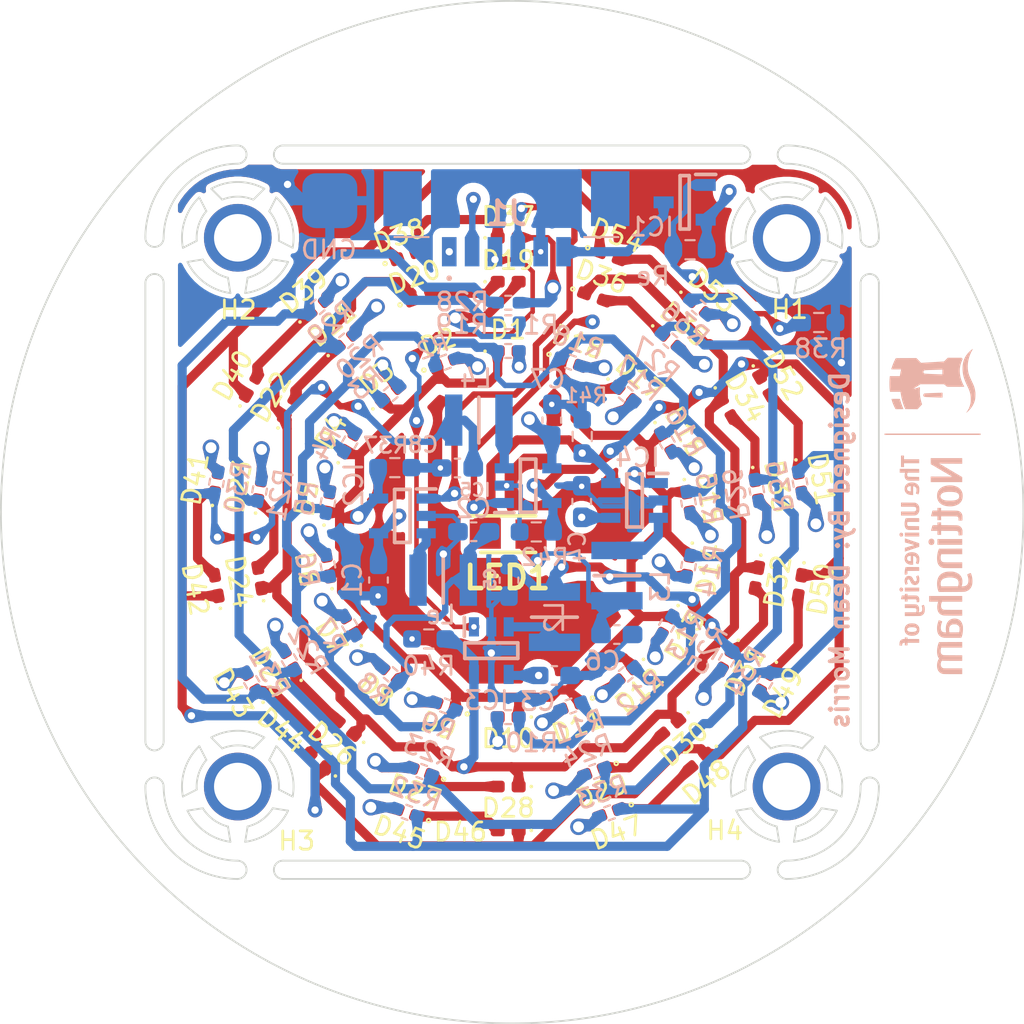
<source format=kicad_pcb>
(kicad_pcb (version 20221018) (generator pcbnew)
  (layers (0 "F.Cu" signal) (1 "In1.Cu" signal) (2 "In2.Cu" signal) (31 "B.Cu" signal) (34 "B.Paste" user) (35 "F.Paste" user) (36 "B.SilkS" user "B.Silkscreen") (37 "F.SilkS" user "F.Silkscreen") (38 "B.Mask" user) (39 "F.Mask" user) (44 "Edge.Cuts" user))
  (net 0 "")
  (net 1 "Net-(D19-K)")
  (net 2 "Net-(D21-K)")
  (net 3 "Net-(D23-K)")
  (net 4 "Net-(D25-K)")
  (net 5 "Net-(D27-K)")
  (net 6 "Net-(D37-K)")
  (net 7 "Net-(D39-K)")
  (net 8 "Net-(D41-K)")
  (net 9 "Net-(D43-K)")
  (net 10 "Net-(D45-K)")
  (net 11 "Net-(D47-K)")
  (net 12 "Net-(D49-K)")
  (net 13 "Net-(D51-K)")
  (net 14 "Net-(D53-K)")
  (net 15 "Vin_Protected")
  (net 16 "GND")
  (net 17 "Blue_LED_Start")
  (net 18 "Green_LED_Start")
  (net 19 "Net-(LED1-A)")
  (net 20 "Red_LED_Start")
  (net 21 "Net-(D1-A)")
  (net 22 "Blue_LED_End")
  (net 23 "Net-(D2-A)")
  (net 24 "Net-(D3-A)")
  (net 25 "Net-(D4-A)")
  (net 26 "Net-(D5-A)")
  (net 27 "Net-(D6-A)")
  (net 28 "Net-(D7-A)")
  (net 29 "Net-(D8-A)")
  (net 30 "Net-(D9-A)")
  (net 31 "Net-(D10-A)")
  (net 32 "Net-(D11-A)")
  (net 33 "Net-(D12-A)")
  (net 34 "Net-(D13-A)")
  (net 35 "Net-(D14-A)")
  (net 36 "Net-(D15-A)")
  (net 37 "Net-(D16-A)")
  (net 38 "Net-(D17-A)")
  (net 39 "Net-(D18-A)")
  (net 40 "Net-(D19-A)")
  (net 41 "Net-(D21-A)")
  (net 42 "Net-(D23-A)")
  (net 43 "Net-(D25-A)")
  (net 44 "Net-(D27-A)")
  (net 45 "Green_LED_End")
  (net 46 "Net-(D37-A)")
  (net 47 "Red_LED_End")
  (net 48 "Net-(D39-A)")
  (net 49 "Net-(D41-A)")
  (net 50 "Net-(D43-A)")
  (net 51 "Net-(D45-A)")
  (net 52 "Net-(D47-A)")
  (net 53 "Net-(D49-A)")
  (net 54 "Net-(D51-A)")
  (net 55 "Net-(D53-A)")
  (net 56 "Net-(IC1-G)")
  (net 57 "Vin")
  (net 58 "PWM_Inner_LED_RIng")
  (net 59 "Net-(IC2-SW)")
  (net 60 "PWM_Middle_LED_RIng")
  (net 61 "Net-(IC3-SW)")
  (net 62 "PWM_Cyan_LED")
  (net 63 "/SW")
  (net 64 "Net-(IC4-FB)")
  (net 65 "PWM_Outer_LED_Ring")
  (net 66 "Net-(IC5-SW)")
  (net 67 "Net-(D29-K)")
  (net 68 "Net-(D29-A)")
  (net 69 "Net-(D31-K)")
  (net 70 "Net-(D31-A)")
  (net 71 "Net-(D33-K)")
  (net 72 "Net-(D33-A)")
  (net 73 "Net-(D35-K)")
  (net 74 "Net-(D35-A)")
  (footprint "LED_SMD:LED_0402_1005Metric_Pad0.77x0.64mm_HandSolder" (layer "F.Cu") (at 155.211961 142.578543 180)
    (fp_text reference "D28")
    (fp_text value "LED_0402_1005Metric_Pad0.77x0.64mm_HandSolder" hide)
  )
  (footprint "LED_SMD:LED_0402_1005Metric_Pad0.77x0.64mm_HandSolder" (layer "F.Cu") (at 159.931839 141.746301 -160)
    (fp_text reference "D29")
    (fp_text value "LED_0402_1005Metric_Pad0.77x0.64mm_HandSolder" hide)
  )
  (footprint "LED_SMD:LED_0402_1005Metric_Pad0.77x0.64mm_HandSolder" (layer "F.Cu") (at 155.211961 114.978543)
    (fp_text reference "D19")
    (fp_text value "LED_0402_1005Metric_Pad0.77x0.64mm_HandSolder" hide)
  )
  (footprint "LED_SMD:LED_0402_1005Metric_Pad0.77x0.64mm_HandSolder" (layer "F.Cu") (at 143.26081 135.678543 120)
    (fp_text reference "D25")
    (fp_text value "LED_0402_1005Metric_Pad0.77x0.64mm_HandSolder" hide)
  )
  (footprint "LED_SMD:LED_0402_1005Metric_Pad0.77x0.64mm_HandSolder" (layer "F.Cu") (at 164.08243 139.349956 -140)
    (fp_text reference "D30")
    (fp_text value "LED_0402_1005Metric_Pad0.77x0.64mm_HandSolder" hide)
  )
  (footprint "LED_SMD:LED_0402_1005Metric_Pad0.77x0.64mm_HandSolder" (layer "F.Cu") (at 161.639794 121.118099 -40)
    (fp_text reference "D17")
    (fp_text value "LED_0402_1005Metric_Pad0.77x0.64mm_HandSolder" hide)
  )
  (footprint "LED_SMD:LED_0402_1005Metric_Pad0.77x0.64mm_HandSolder" (layer "F.Cu") (at 148.784042 136.438987 140)
    (fp_text reference "D8")
    (fp_text value "LED_0402_1005Metric_Pad0.77x0.64mm_HandSolder" hide)
  )
  (footprint "LED_SMD:LED_0402_1005Metric_Pad0.77x0.64mm_HandSolder" (layer "F.Cu") (at 149.67115 144.001563 160)
    (fp_text reference "D45")
    (fp_text value "LED_0402_1005Metric_Pad0.77x0.64mm_HandSolder" hide)
  )
  (footprint "LED_SMD:LED_0402_1005Metric_Pad0.77x0.64mm_HandSolder" (layer "F.Cu") (at 155.211918 118.778543)
    (fp_text reference "D1")
    (fp_text value "LED_0402_1005Metric_Pad0.77x0.64mm_HandSolder" hide)
  )
  (footprint "LED_SMD:LED_0402_1005Metric_Pad0.77x0.64mm_HandSolder" (layer "F.Cu") (at 145.36384 130.515025 100)
    (fp_text reference "D6")
    (fp_text value "LED_0402_1005Metric_Pad0.77x0.64mm_HandSolder" hide)
  )
  (footprint "Custom_Mounting_Holes:M2.5_Mountinh_Hole" (layer "F.Cu") (at 140.4302 142.5785)
    (fp_text reference "H3")
    (fp_text value "MountingHole_Pad" hide)
  )
  (footprint "LED_SMD:LED_0402_1005Metric_Pad0.77x0.64mm_HandSolder" (layer "F.Cu") (at 141.621614 126.382198 80)
    (fp_text reference "D23")
    (fp_text value "LED_0402_1005Metric_Pad0.77x0.64mm_HandSolder" hide)
  )
  (footprint "LED_SMD:LED_0402_1005Metric_Pad0.77x0.64mm_HandSolder" (layer "F.Cu") (at 163.872172 123.778543 -60)
    (fp_text reference "D16")
    (fp_text value "LED_0402_1005Metric_Pad0.77x0.64mm_HandSolder" hide)
  )
  (footprint "LED_SMD:LED_0402_1005Metric_Pad0.77x0.64mm_HandSolder" (layer "F.Cu") (at 149.67115 113.555523 20)
    (fp_text reference "D38")
    (fp_text value "LED_0402_1005Metric_Pad0.77x0.64mm_HandSolder" hide)
  )
  (footprint "LED_SMD:LED_0402_1005Metric_Pad0.77x0.64mm_HandSolder" (layer "F.Cu") (at 144.798717 141.188463 140)
    (fp_text reference "D44")
    (fp_text value "LED_0402_1005Metric_Pad0.77x0.64mm_HandSolder" hide)
  )
  (footprint "LED_SMD:LED_0402_1005Metric_Pad0.77x0.64mm_HandSolder" (layer "F.Cu") (at 167.163112 121.878543 -60)
    (fp_text reference "D34")
    (fp_text value "LED_0402_1005Metric_Pad0.77x0.64mm_HandSolder" hide)
  )
  (footprint "LED_SMD:LED_0402_1005Metric_Pad0.77x0.64mm_HandSolder" (layer "F.Cu") (at 165.059996 127.042061 -80)
    (fp_text reference "D15")
    (fp_text value "LED_0402_1005Metric_Pad0.77x0.64mm_HandSolder" hide)
  )
  (footprint "LED_SMD:LED_0402_1005Metric_Pad0.77x0.64mm_HandSolder" (layer "F.Cu") (at 165.625035 116.368623 -40)
    (fp_text reference "D53")
    (fp_text value "LED_0402_1005Metric_Pad0.77x0.64mm_HandSolder" hide)
  )
  (footprint "LED_SMD:LED_0402_1005Metric_Pad0.77x0.64mm_HandSolder" (layer "F.Cu") (at 141.182264 136.878543 120)
    (fp_text reference "D43")
    (fp_text value "LED_0402_1005Metric_Pad0.77x0.64mm_HandSolder" hide)
  )
  (footprint "LED_SMD:LED_0402_1005Metric_Pad0.77x0.64mm_HandSolder" (layer "F.Cu") (at 155.211876 144.978543 180)
    (fp_text reference "D46")
    (fp_text value "LED_0402_1005Metric_Pad0.77x0.64mm_HandSolder" hide)
  )
  (footprint "LED_SMD:LED_0402_1005Metric_Pad0.77x0.64mm_HandSolder" (layer "F.Cu") (at 159.931839 115.810785 -20)
    (fp_text reference "D36")
    (fp_text value "LED_0402_1005Metric_Pad0.77x0.64mm_HandSolder" hide)
  )
  (footprint "LED_SMD:LED_0402_1005Metric_Pad0.77x0.64mm_HandSolder" (layer "F.Cu") (at 160.752602 113.555523 -20)
    (fp_text reference "D54")
    (fp_text value "LED_0402_1005Metric_Pad0.77x0.64mm_HandSolder" hide)
  )
  (footprint "LED_SMD:LED_0402_1005Metric_Pad0.77x0.64mm_HandSolder" (layer "F.Cu") (at 165.625035 141.188463 -140)
    (fp_text reference "D48")
    (fp_text value "LED_0402_1005Metric_Pad0.77x0.64mm_HandSolder" hide)
  )
  (footprint "LED_SMD:LED_0402_1005Metric_Pad0.77x0.64mm_HandSolder" (layer "F.Cu") (at 160.752602 144.001563 -160)
    (fp_text reference "D47")
    (fp_text value "LED_0402_1005Metric_Pad0.77x0.64mm_HandSolder" hide)
  )
  (footprint "SMD_LED:LEDM3020X150N" (layer "F.Cu") (at 155.2119 128.7785)
    (fp_text reference "LED1")
    (fp_text value "AA3021VRCBS_A" hide)
  )
  (footprint "LED_SMD:LED_0402_1005Metric_Pad0.77x0.64mm_HandSolder" (layer "F.Cu") (at 146.341492 139.349956 140)
    (fp_text reference "D26")
    (fp_text value "LED_0402_1005Metric_Pad0.77x0.64mm_HandSolder" hide)
  )
  (footprint "LED_SMD:LED_0402_1005Metric_Pad0.77x0.64mm_HandSolder" (layer "F.Cu") (at 146.551664 123.778543 60)
    (fp_text reference "D4")
    (fp_text value "LED_0402_1005Metric_Pad0.77x0.64mm_HandSolder" hide)
  )
  (footprint "LED_SMD:LED_0402_1005Metric_Pad0.77x0.64mm_HandSolder" (layer "F.Cu") (at 146.551664 133.778543 120)
    (fp_text reference "D7")
    (fp_text value "LED_0402_1005Metric_Pad0.77x0.64mm_HandSolder" hide)
  )
  (footprint "LED_SMD:LED_0402_1005Metric_Pad0.77x0.64mm_HandSolder" (layer "F.Cu") (at 139.25799 131.591643 100)
    (fp_text reference "D42")
    (fp_text value "LED_0402_1005Metric_Pad0.77x0.64mm_HandSolder" hide)
  )
  (footprint "LED_SMD:LED_0402_1005Metric_Pad0.77x0.64mm_HandSolder" (layer "F.Cu") (at 141.182264 120.678543 60)
    (fp_text reference "D40")
    (fp_text value "LED_0402_1005Metric_Pad0.77x0.64mm_HandSolder" hide)
  )
  (footprint "LED_SMD:LED_0402_1005Metric_Pad0.77x0.64mm_HandSolder" (layer "F.Cu") (at 158.632119 119.381617 -20)
    (fp_text reference "D18")
    (fp_text value "LED_0402_1005Metric_Pad0.77x0.64mm_HandSolder" hide)
  )
  (footprint "LED_SMD:LED_0402_1005Metric_Pad0.77x0.64mm_HandSolder" (layer "F.Cu") (at 139.25799 125.965443 80)
    (fp_text reference "D41")
    (fp_text value "LED_0402_1005Metric_Pad0.77x0.64mm_HandSolder" hide)
  )
  (footprint "LED_SMD:LED_0402_1005Metric_Pad0.77x0.64mm_HandSolder" (layer "F.Cu") (at 155.211918 138.778543 180)
    (fp_text reference "D10")
    (fp_text value "LED_0402_1005Metric_Pad0.77x0.64mm_HandSolder" hide)
  )
  (footprint "LED_SMD:LED_0402_1005Metric_Pad0.77x0.64mm_HandSolder" (layer "F.Cu") (at 161.639794 136.438987 -140)
    (fp_text reference "D12")
    (fp_text value "LED_0402_1005Metric_Pad0.77x0.64mm_HandSolder" hide)
  )
  (footprint "Custom_Mounting_Holes:M2.5_Mountinh_Hole" (layer "F.Cu") (at 140.4302 112.5785)
    (fp_text reference "H2")
    (fp_text value "MountingHole_Pad" hide)
  )
  (footprint "LED_SMD:LED_0402_1005Metric_Pad0.77x0.64mm_HandSolder" (layer "F.Cu") (at 171.165762 131.591643 -100)
    (fp_text reference "D50")
    (fp_text value "LED_0402_1005Metric_Pad0.77x0.64mm_HandSolder" hide)
  )
  (footprint "LED_SMD:LED_0402_1005Metric_Pad0.77x0.64mm_HandSolder" (layer "F.Cu") (at 144.798717 116.368623 40)
    (fp_text reference "D39")
    (fp_text value "LED_0402_1005Metric_Pad0.77x0.64mm_HandSolder" hide)
  )
  (footprint "Custom_Mounting_Holes:M2.5_Mountinh_Hole" (layer "F.Cu") (at 170.438308 112.590821)
    (fp_text reference "H1")
    (fp_text value "MountingHole_Pad" hide)
  )
  (footprint "LED_SMD:LED_0402_1005Metric_Pad0.77x0.64mm_HandSolder" (layer "F.Cu") (at 150.492083 115.810785 20)
    (fp_text reference "D20")
    (fp_text value "LED_0402_1005Metric_Pad0.77x0.64mm_HandSolder" hide)
  )
  (footprint "LED_SMD:LED_0402_1005Metric_Pad0.77x0.64mm_HandSolder" (layer "F.Cu") (at 171.165762 125.965443 -80)
    (fp_text reference "D51")
    (fp_text value "LED_0402_1005Metric_Pad0.77x0.64mm_HandSolder" hide)
  )
  (footprint "LED_SMD:LED_0402_1005Metric_Pad0.77x0.64mm_HandSolder" (layer "F.Cu") (at 146.341492 118.20713 40)
    (fp_text reference "D21")
    (fp_text value "LED_0402_1005Metric_Pad0.77x0.64mm_HandSolder" hide)
  )
  (footprint "LED_SMD:LED_0402_1005Metric_Pad0.77x0.64mm_HandSolder" (layer "F.Cu") (at 164.08243 118.20713 -40)
    (fp_text reference "D35")
    (fp_text value "LED_0402_1005Metric_Pad0.77x0.64mm_HandSolder" hide)
  )
  (footprint "LED_SMD:LED_0402_1005Metric_Pad0.77x0.64mm_HandSolder" (layer "F.Cu") (at 168.802308 126.382198 -80)
    (fp_text reference "D33")
    (fp_text value "LED_0402_1005Metric_Pad0.77x0.64mm_HandSolder" hide)
  )
  (footprint "LED_SMD:LED_0402_1005Metric_Pad0.77x0.64mm_HandSolder" (layer "F.Cu") (at 141.621614 131.174888 100)
    (fp_text reference "D24")
    (fp_text value "LED_0402_1005Metric_Pad0.77x0.64mm_HandSolder" hide)
  )
  (footprint "LED_SMD:LED_0402_1005Metric_Pad0.77x0.64mm_HandSolder" (layer "F.Cu") (at 168.802308 131.174888 -100)
    (fp_text reference "D32")
    (fp_text value "LED_0402_1005Metric_Pad0.77x0.64mm_HandSolder" hide)
  )
  (footprint "LED_SMD:LED_0402_1005Metric_Pad0.77x0.64mm_HandSolder" (layer "F.Cu") (at 151.791717 119.381617 20)
    (fp_text reference "D2")
    (fp_text value "LED_0402_1005Metric_Pad0.77x0.64mm_HandSolder" hide)
  )
  (footprint "LED_SMD:LED_0402_1005Metric_Pad0.77x0.64mm_HandSolder" (layer "F.Cu") (at 150.492083 141.746301 160)
    (fp_text reference "D27")
    (fp_text value "LED_0402_1005Metric_Pad0.77x0.64mm_HandSolder" hide)
  )
  (footprint "LED_SMD:LED_0402_1005Metric_Pad0.77x0.64mm_HandSolder" (layer "F.Cu") (at 145.36384 127.042061 80)
    (fp_text reference "D5")
    (fp_text value "LED_0402_1005Metric_Pad0.77x0.64mm_HandSolder" hide)
  )
  (footprint "LED_SMD:LED_0402_1005Metric_Pad0.77x0.64mm_HandSolder" (layer "F.Cu") (at 148.784042 121.118099 40)
    (fp_text reference "D3")
    (fp_text value "LED_0402_1005Metric_Pad0.77x0.64mm_HandSolder" hide)
  )
  (footprint "LED_SMD:LED_0402_1005Metric_Pad0.77x0.64mm_HandSolder" (layer "F.Cu") (at 158.632119 138.175469 -160)
    (fp_text reference "D11")
    (fp_text value "LED_0402_1005Metric_Pad0.77x0.64mm_HandSolder" hide)
  )
  (footprint "LED_SMD:LED_0402_1005Metric_Pad0.77x0.64mm_HandSolder" (layer "F.Cu") (at 155.211876 112.578543)
    (fp_text reference "D37")
    (fp_text value "LED_0402_1005Metric_Pad0.77x0.64mm_HandSolder" hide)
  )
  (footprint "LED_SMD:LED_0402_1005Metric_Pad0.77x0.64mm_HandSolder" (layer "F.Cu") (at 143.26081 121.878543 60)
    (fp_text reference "D22")
    (fp_text value "LED_0402_1005Metric_Pad0.77x0.64mm_HandSolder" hide)
  )
  (footprint "LED_SMD:LED_0402_1005Metric_Pad0.77x0.64mm_HandSolder" (layer "F.Cu") (at 163.872172 133.778543 -120)
    (fp_text reference "D13")
    (fp_text value "LED_0402_1005Metric_Pad0.77x0.64mm_HandSolder" hide)
  )
  (footprint "Custom_Mounting_Holes:M2.5_Mountinh_Hole" (layer "F.Cu") (at 170.4302 142.5785)
    (fp_text reference "H4")
    (fp_text value "MountingHole_Pad" hide)
  )
  (footprint "LED_SMD:LED_0402_1005Metric_Pad0.77x0.64mm_HandSolder" (layer "F.Cu") (at 167.163112 135.678543 -120)
    (fp_text reference "D31")
    (fp_text value "LED_0402_1005Metric_Pad0.77x0.64mm_HandSolder" hide)
  )
  (footprint "LED_SMD:LED_0402_1005Metric_Pad0.77x0.64mm_HandSolder" (layer "F.Cu") (at 165.059996 130.515025 -100)
    (fp_text reference "D14")
    (fp_text value "LED_0402_1005Metric_Pad0.77x0.64mm_HandSolder" hide)
  )
  (footprint "LED_SMD:LED_0402_1005Metric_Pad0.77x0.64mm_HandSolder" (layer "F.Cu") (at 169.241488 120.678543 -60)
    (fp_text reference "D52")
    (fp_text value "LED_0402_1005Metric_Pad0.77x0.64mm_HandSolder" hide)
  )
  (footprint "LED_SMD:LED_0402_1005Metric_Pad0.77x0.64mm_HandSolder" (layer "F.Cu") (at 151.791717 138.175469 160)
    (fp_text reference "D9")
    (fp_text value "LED_0402_1005Metric_Pad0.77x0.64mm_HandSolder" hide)
  )
  (footprint "LED_SMD:LED_0402_1005Metric_Pad0.77x0.64mm_HandSolder" (layer "F.Cu") (at 169.241488 136.878543 -120)
    (fp_text reference "D49")
    (fp_text value "LED_0402_1005Metric_Pad0.77x0.64mm_HandSolder" hide)
  )
  (footprint "Capacitor_SMD:C_0603_1608Metric_Pad1.08x0.95mm_HandSolder" (layer "B.Cu") (at 157.7391 136.506)
    (fp_text reference "C3")
    (fp_text value "10uF")
  )
  (footprint "Resistor_SMD:R_0402_1005Metric_Pad0.72x0.64mm_HandSolder" (layer "B.Cu") (at 167.1508 135.6836 -120)
    (fp_text reference "R25")
    (fp_text value "100")
  )
  (footprint "Resistor_SMD:R_0402_1005Metric_Pad0.72x0.64mm_HandSolder" (layer "B.Cu") (at 151.7838 119.3768 20)
    (fp_text reference "R2")
    (fp_text value "100")
  )
  (footprint "Resistor_SMD:R_0402_1005Metric_Pad0.72x0.64mm_HandSolder" (layer "B.Cu") (at 168.8018 126.3872 -80)
    (fp_text reference "R26")
    (fp_text value "100")
  )
  (footprint "SMD_Inductor:DFE322520FD1R0MP2" (layer "B.Cu") (at 161.1602 131.048 90)
    (fp_text reference "L3")
    (fp_text value "4.7uH" hide)
  )
  (footprint "SMD_Mosfet:SOT95P251X112-3N" (layer "B.Cu") (at 164.86 110.64 180)
    (fp_text reference "IC1")
    (fp_text value "FDN360P" hide)
  )
  (footprint "CC_LED_Driver:SOT95P280X100-5N" (layer "B.Cu") (at 154.2902 135.148 -90)
    (fp_text reference "IC3")
    (fp_text value "PAM2804AAB010" hide)
  )
  (footprint "CC_LED_Driver:SOT95P280X100-5N" (layer "B.Cu") (at 162.1202 126.938 180)
    (fp_text reference "IC4")
    (fp_text value "PAM2804AAB010" hide)
  )
  (footprint "Capacitor_SMD:C_0603_1608Metric_Pad1.08x0.95mm_HandSolder" (layer "B.Cu") (at 155.2578 131.3016 -90)
    (fp_text reference "C5")
    (fp_text value "10uF")
  )
  (footprint "Resistor_SMD:R_0402_1005Metric_Pad0.72x0.64mm_HandSolder" (layer "B.Cu") (at 141.192 136.8774 120)
    (fp_text reference "R31")
    (fp_text value "100")
  )
  (footprint "SMD_Inductor:DFE322520FD1R0MP2" (layer "B.Cu") (at 153.6078 122.5466)
    (fp_text reference "L4")
    (fp_text value "4.7uH" hide)
  )
  (footprint "Resistor_SMD:R_0402_1005Metric_Pad0.72x0.64mm_HandSolder" (layer "B.Cu") (at 165.6268 116.3796 -40)
    (fp_text reference "R36")
    (fp_text value "100")
  )
  (footprint "SMD_Inductor:DFE322520FD1R0MP2" (layer "B.Cu") (at 157.7402 133.318 -90)
    (fp_text reference "L2")
    (fp_text value "4.7uH" hide)
  )
  (footprint "Capacitor_SMD:C_0603_1608Metric_Pad1.08x0.95mm_HandSolder" (layer "B.Cu") (at 148.1224 131.2894 -90)
    (fp_text reference "C1")
    (fp_text value "10uF")
  )
  (footprint "Resistor_SMD:R_0402_1005Metric_Pad0.72x0.64mm_HandSolder" (layer "B.Cu") (at 144.7988 116.3542 40)
    (fp_text reference "R29")
    (fp_text value "100")
  )
  (footprint "SMD_Connectors:532610671" (layer "B.Cu") (at 155.115 110.44)
    (fp_text reference "J1")
    (fp_text value "Conn_01x06_Socket" hide)
  )
  (footprint "Resistor_SMD:R_0402_1005Metric_Pad0.72x0.64mm_HandSolder" (layer "B.Cu") (at 149.6756 143.9894 160)
    (fp_text reference "R32")
    (fp_text value "100")
  )
  (footprint "Resistor_SMD:R_0402_1005Metric_Pad0.72x0.64mm_HandSolder" (layer "B.Cu") (at 150.4884 141.7542 160)
    (fp_text reference "R23")
    (fp_text value "100")
  )
  (footprint "Resistor_SMD:R_0402_1005Metric_Pad0.72x0.64mm_HandSolder" (layer "B.Cu") (at 160.75 144.0148 -160)
    (fp_text reference "R33")
    (fp_text value "100")
  )
  (footprint "Resistor_SMD:R_0402_1005Metric_Pad0.72x0.64mm_HandSolder" (layer "B.Cu") (at 159.9372 141.7542 -160)
    (fp_text reference "R24")
    (fp_text value "100")
  )
  (footprint "CC_LED_Driver:SOT95P280X100-5N" (layer "B.Cu") (at 156.3002 126.128)
    (fp_text reference "IC5")
    (fp_text value "PAM2804AAB010" hide)
  )
  (footprint "Resistor_SMD:R_0402_1005Metric_Pad0.72x0.64mm_HandSolder" (layer "B.Cu") (at 164.0774 118.2084 -40)
    (fp_text reference "R27")
    (fp_text value "100")
  )
  (footprint "Resistor_SMD:R_0402_1005Metric_Pad0.72x0.64mm_HandSolder" (layer "B.Cu") (at 165.070155 130.523177 -100)
    (fp_text reference "R14")
    (fp_text value "100")
  )
  (footprint "Resistor_SMD:R_0402_1005Metric_Pad0.72x0.64mm_HandSolder" (layer "B.Cu") (at 155.2194 117.1956)
    (fp_text reference "R19")
    (fp_text value "100")
  )
  (footprint "Resistor_SMD:R_0402_1005Metric_Pad0.72x0.64mm_HandSolder" (layer "B.Cu") (at 143.2494 135.6836 120)
    (fp_text reference "R22")
    (fp_text value "100")
  )
  (footprint "Resistor_SMD:R_0402_1005Metric_Pad0.72x0.64mm_HandSolder" (layer "B.Cu") (at 163.8742 133.7786 -120)
    (fp_text reference "R13")
    (fp_text value "100")
  )
  (footprint "Resistor_SMD:R_0402_1005Metric_Pad0.72x0.64mm_HandSolder" (layer "B.Cu") (at 148.7866 136.4456 140)
    (fp_text reference "R8")
    (fp_text value "100")
  )
  (footprint "Resistor_SMD:R_0402_1005Metric_Pad0.72x0.64mm_HandSolder" (layer "B.Cu") (at 163.8996 123.771 -60)
    (fp_text reference "R16")
    (fp_text value "100")
  )
  (footprint "Capacitor_SMD:C_0603_1608Metric_Pad1.08x0.95mm_HandSolder" (layer "B.Cu") (at 152.4394 125.1628 180)
    (fp_text reference "C8")
    (fp_text value "10uF")
  )
  (footprint "Resistor_SMD:R_0402_1005Metric_Pad0.72x0.64mm_HandSolder" (layer "B.Cu") (at 169.2336 136.8774 -120)
    (fp_text reference "R34")
    (fp_text value "100")
  )
  (footprint "Resistor_SMD:R_0603_1608Metric_Pad0.98x0.95mm_HandSolder" (layer "B.Cu") (at 149.0133 125.1426)
    (fp_text reference "R37")
    (fp_text value "R")
  )
  (footprint "Resistor_SMD:R_0402_1005Metric_Pad0.72x0.64mm_HandSolder" (layer "B.Cu") (at 158.619066 119.377957 -20)
    (fp_text reference "R18")
    (fp_text value "100")
  )
  (footprint "Resistor_SMD:R_0402_1005Metric_Pad0.72x0.64mm_HandSolder" (layer "B.Cu") (at 139.263755 125.976577 80)
    (fp_text reference "R30")
    (fp_text value "100")
  )
  (footprint "SMD_Pad:3mm_Ground_Pad" (layer "B.Cu") (at 145.56 110.55 180)
    (fp_text reference "H6" hide)
    (fp_text value "SMD_Ground_Pad" hide)
  )
  (footprint "Resistor_SMD:R_0402_1005Metric_Pad0.72x0.64mm_HandSolder" (layer "B.Cu") (at 155.2128 118.7672)
    (fp_text reference "R1")
    (fp_text value "100")
  )
  (footprint "Resistor_SMD:R_0402_1005Metric_Pad0.72x0.64mm_HandSolder" (layer "B.Cu") (at 161.639512 136.442534 -140)
    (fp_text reference "R12")
    (fp_text value "100")
  )
  (footprint "Resistor_SMD:R_0402_1005Metric_Pad0.72x0.64mm_HandSolder" (layer "B.Cu") (at 155.2194 116.1288)
    (fp_text reference "R28")
    (fp_text value "100")
  )
  (footprint "Resistor_SMD:R_0402_1005Metric_Pad0.72x0.64mm_HandSolder" (layer "B.Cu") (at 151.781134 138.171643 160)
    (fp_text reference "R9")
    (fp_text value "100")
  )
  (footprint "Uni_Logo:Uni_Logo_V2" (layer "B.Cu") (at 178.435 127.579 -90)
    (fp_text reference "G***" hide)
    (fp_text value "LOGO" hide)
  )
  (footprint "Capacitor_SMD:C_0603_1608Metric_Pad1.08x0.95mm_HandSolder" (layer "B.Cu") (at 153.3294 128.648 180)
    (fp_text reference "C2")
    (fp_text value "10uF")
  )
  (footprint "Resistor_SMD:R_0402_1005Metric_Pad0.72x0.64mm_HandSolder" (layer "B.Cu") (at 155.2128 138.7824 180)
    (fp_text reference "R10")
    (fp_text value "100")
  )
  (footprint "Resistor_SMD:R_0402_1005Metric_Pad0.72x0.64mm_HandSolder" (layer "B.Cu") (at 146.3482 118.2084 40)
    (fp_text reference "R20")
    (fp_text value "100")
  )
  (footprint "Resistor_SMD:R_0603_1608Metric_Pad0.98x0.95mm_HandSolder" (layer "B.Cu") (at 172.19 117.21 180)
    (fp_text reference "R38")
    (fp_text value "10k")
  )
  (footprint "SMD_Inductor:DFE322520FD1R0MP2" (layer "B.Cu") (at 151.6602 131.298 180)
    (fp_text reference "Le")
    (fp_text value "4.7uH" hide)
  )
  (footprint "Resistor_SMD:R_0603_1608Metric_Pad0.98x0.95mm_HandSolder" (layer "B.Cu") (at 165.1525 113.23)
    (fp_text reference "Re")
    (fp_text value "10k")
  )
  (footprint "Capacitor_SMD:C_0603_1608Metric_Pad1.08x0.95mm_HandSolder" (layer "B.Cu") (at 159.2302 126.998 90)
    (fp_text reference "C4")
    (fp_text value "10uF")
  )
  (footprint "Resistor_SMD:R_0603_1608Metric_Pad0.98x0.95mm_HandSolder" (layer "B.Cu") (at 150.8702 134.508 180)
    (fp_text reference "R40")
    (fp_text value "R")
  )
  (footprint "Resistor_SMD:R_0603_1608Metric_Pad0.98x0.95mm_HandSolder" (layer "B.Cu") (at 156.7502 128.658 180)
    (fp_text reference "R42")
    (fp_text value "R")
  )
  (footprint "Resistor_SMD:R_0402_1005Metric_Pad0.72x0.64mm_HandSolder" (layer "B.Cu") (at 161.638488 121.126334 -40)
    (fp_text reference "R17")
    (fp_text value "100")
  )
  (footprint "Capacitor_SMD:C_0603_1608Metric_Pad1.08x0.95mm_HandSolder" (layer "B.Cu") (at 161.1502 134.268)
    (fp_text reference "C6")
    (fp_text value "10uF")
  )
  (footprint "Resistor_SMD:R_0402_1005Metric_Pad0.72x0.64mm_HandSolder" (layer "B.Cu") (at 146.5514 123.771 60)
    (fp_text reference "R4")
    (fp_text value "100")
  )
  (footprint "Resistor_SMD:R_0402_1005Metric_Pad0.72x0.64mm_HandSolder" (layer "B.Cu") (at 141.621645 126.391423 80)
    (fp_text reference "R21")
    (fp_text value "100")
  )
  (footprint "Resistor_SMD:R_0402_1005Metric_Pad0.72x0.64mm_HandSolder" (layer "B.Cu") (at 148.787112 121.104 40)
    (fp_text reference "R3")
    (fp_text value "100")
  )
  (footprint "Resistor_SMD:R_0402_1005Metric_Pad0.72x0.64mm_HandSolder" (layer "B.Cu") (at 171.166155 125.959623 -80)
    (fp_text reference "R35")
    (fp_text value "100")
  )
  (footprint "Resistor_SMD:R_0402_1005Metric_Pad0.72x0.64mm_HandSolder" (layer "B.Cu") (at 158.6418 138.1728 -160)
    (fp_text reference "R11")
    (fp_text value "100")
  )
  (footprint "CC_LED_Driver:SOT95P280X100-5N" (layer "B.Cu") (at 149.4288 127.7834 180)
    (fp_text reference "IC2")
    (fp_text value "PAM2804AAB010" hide)
  )
  (footprint "Resistor_SMD:R_0603_1608Metric_Pad0.98x0.95mm_HandSolder" (layer "B.Cu") (at 159.2602 123.438 90)
    (fp_text reference "R41")
    (fp_text value "3.6")
  )
  (footprint "Resistor_SMD:R_0402_1005Metric_Pad0.72x0.64mm_HandSolder" (layer "B.Cu") (at 165.068 127.0476 -80)
    (fp_text reference "R15")
    (fp_text value "100")
  )
  (footprint "Resistor_SMD:R_0402_1005Metric_Pad0.72x0.64mm_HandSolder" (layer "B.Cu") (at 146.5514 133.7786 120)
    (fp_text reference "R7")
    (fp_text value "100")
  )
  (footprint "Resistor_SMD:R_0402_1005Metric_Pad0.72x0.64mm_HandSolder" (layer "B.Cu") (at 145.3576 130.502 100)
    (fp_text reference "R6")
    (fp_text value "100")
  )
  (footprint "Capacitor_SMD:C_0603_1608Metric_Pad1.08x0.95mm_HandSolder" (layer "B.Cu") (at 157.5956 122.5477 90)
    (fp_text reference "C7")
    (fp_text value "10uF")
  )
  (footprint "Resistor_SMD:R_0402_1005Metric_Pad0.72x0.64mm_HandSolder" (layer "B.Cu") (at 145.3576 127.0476 80)
    (fp_text reference "R5")
    (fp_text value "100")
  )
  (gr_arc (start 174.4769 142.58033) (mid 173.293796 145.435535) (end 170.443941 146.631473) (stroke (width 0.1)) (layer "Edge.Cuts"))
  (gr_line (start 168.194308 112.755821) (end 167.438252 113.141051) (stroke (width 0.1)) (layer "Edge.Cuts"))
  (gr_line (start 168.719637 111.139025) (end 168.334407 110.382969) (stroke (width 0.1)) (layer "Edge.Cuts"))
  (gr_arc (start 169.901428 114.776204) (mid 169.11576 114.411476) (end 168.526099 113.776969) (stroke (width 0.1)) (layer "Edge.Cuts"))
  (gr_arc (start 170.025861 145.601477) (mid 168.637224 145.045869) (end 167.679696 143.896889) (stroke (width 0.1)) (layer "Edge.Cuts"))
  (gr_line (start 139.579969 110.4951) (end 138.979959 109.895091) (stroke (width 0.1)) (layer "Edge.Cuts"))
  (gr_arc (start 142.148763 141.126125) (mid 142.57 141.883) (end 142.674092 142.742921) (stroke (width 0.1)) (layer "Edge.Cuts"))
  (gr_line (start 169.901428 114.776204) (end 170.034169 115.614298) (stroke (width 0.1)) (layer "Edge.Cuts"))
  (gr_line (start 175.4769 140.1045) (end 175.4769 115.056335) (stroke (width 0.1)) (layer "Edge.Cuts"))
  (gr_arc (start 142.533993 140.370069) (mid 143.330845 141.635786) (end 143.430148 143.128151) (stroke (width 0.1)) (layer "Edge.Cuts"))
  (gr_circle (center 155.4302 127.5785) (end 183.3802 127.5785) (stroke (width 0.1)) (fill none) (layer "Edge.Cuts"))
  (gr_line (start 140.966972 144.763304) (end 140.834231 145.601398) (stroke (width 0.1)) (layer "Edge.Cuts"))
  (gr_line (start 171.279969 140.4951) (end 171.879979 139.895091) (stroke (width 0.1)) (layer "Edge.Cuts"))
  (gr_arc (start 174.476901 142.580448) (mid 174.97802 142.081449) (end 175.476898 142.582688) (stroke (width 0.1)) (layer "Edge.Cuts"))
  (gr_line (start 142.673938 112.743) (end 143.429994 113.12823) (stroke (width 0.1)) (layer "Edge.Cuts"))
  (gr_arc (start 135.8769 114.556335) (mid 136.230453 114.702782) (end 136.3769 115.056335) (stroke (width 0.1)) (layer "Edge.Cuts"))
  (gr_arc (start 138.186154 142.742921) (mid 138.290246 141.883) (end 138.711483 141.126125) (stroke (width 0.1)) (layer "Edge.Cuts"))
  (gr_line (start 138.711329 111.126204) (end 138.326099 110.370148) (stroke (width 0.1)) (layer "Edge.Cuts"))
  (gr_arc (start 170.443941 107.529423) (mid 174.000059 109.01743) (end 175.476879 112.578208) (stroke (width 0.1)) (layer "Edge.Cuts"))
  (gr_arc (start 172.533839 140.370148) (mid 173.330691 141.635865) (end 173.429994 143.12823) (stroke (width 0.1)) (layer "Edge.Cuts"))
  (gr_arc (start 139.89312 114.763383) (mid 139.107452 114.398655) (end 138.517791 113.764148) (stroke (width 0.1)) (layer "Edge.Cuts"))
  (gr_line (start 168.186 142.743) (end 167.429944 143.12823) (stroke (width 0.1)) (layer "Edge.Cuts"))
  (gr_arc (start 135.376903 112.578208) (mid 136.851254 109.019899) (end 140.40285 107.529448) (stroke (width 0.1)) (layer "Edge.Cuts"))
  (gr_arc (start 140.025861 115.601477) (mid 138.637224 115.045869) (end 137.679696 113.896889) (stroke (width 0.1)) (layer "Edge.Cuts"))
  (gr_arc (start 136.3769 140.1045) (mid 136.230453 140.458053) (end 135.8769 140.6045) (stroke (width 0.1)) (layer "Edge.Cuts"))
  (gr_line (start 172.350455 113.776969) (end 173.18855 113.90971) (stroke (width 0.1)) (layer "Edge.Cuts"))
  (gr_arc (start 170.034169 115.614298) (mid 168.645532 115.05869) (end 167.688004 113.90971) (stroke (width 0.1)) (layer "Edge.Cuts"))
  (gr_line (start 135.3769 140.1045) (end 135.3769 115.056335) (stroke (width 0.1)) (layer "Edge.Cuts"))
  (gr_line (start 142.148763 141.126125) (end 142.533993 140.370069) (stroke (width 0.1)) (layer "Edge.Cuts"))
  (gr_line (start 172.682246 112.755821) (end 173.438302 113.141051) (stroke (width 0.1)) (layer "Edge.Cuts"))
  (gr_arc (start 138.979959 109.895091) (mid 140.429969 109.528367) (end 141.879979 109.895091) (stroke (width 0.1)) (layer "Edge.Cuts"))
  (gr_arc (start 172.342147 143.764148) (mid 171.752486 144.398655) (end 170.966818 144.763383) (stroke (width 0.1)) (layer "Edge.Cuts"))
  (gr_line (start 172.156917 111.139025) (end 172.542147 110.382969) (stroke (width 0.1)) (layer "Edge.Cuts"))
  (gr_line (start 142.902785 147.630448) (end 167.95095 147.630448) (stroke (width 0.1)) (layer "Edge.Cuts"))
  (gr_arc (start 138.186 112.743) (mid 138.290092 111.883079) (end 138.711329 111.126204) (stroke (width 0.1)) (layer "Edge.Cuts"))
  (gr_line (start 171.288277 110.507921) (end 171.888287 109.907912) (stroke (width 0.1)) (layer "Edge.Cuts"))
  (gr_arc (start 172.350455 113.776969) (mid 171.760794 114.411476) (end 170.975126 114.776204) (stroke (width 0.1)) (layer "Edge.Cuts"))
  (gr_arc (start 169.588277 110.507921) (mid 170.438277 110.341188) (end 171.288277 110.507921) (stroke (width 0.1)) (layer "Edge.Cuts"))
  (gr_line (start 138.711483 141.126125) (end 138.326253 140.370069) (stroke (width 0.1)) (layer "Edge.Cuts"))
  (gr_arc (start 142.402785 108.030448) (mid 142.549232 107.676895) (end 142.902785 107.530448) (stroke (width 0.1)) (layer "Edge.Cuts"))
  (gr_line (start 170.966818 144.763383) (end 170.834077 145.601477) (stroke (width 0.1)) (layer "Edge.Cuts"))
  (gr_arc (start 140.409859 146.631473) (mid 137.560003 145.435537) (end 136.3769 142.58033) (stroke (width 0.1)) (layer "Edge.Cuts"))
  (gr_line (start 138.186154 142.742921) (end 137.430098 143.128151) (stroke (width 0.1)) (layer "Edge.Cuts"))
  (gr_arc (start 167.438252 113.141051) (mid 167.537555 111.648686) (end 168.334407 110.382969) (stroke (width 0.1)) (layer "Edge.Cuts"))
  (gr_arc (start 174.9769 140.6045) (mid 174.623364 140.45805) (end 174.4769 140.1045) (stroke (width 0.1)) (layer "Edge.Cuts"))
  (gr_line (start 141.279969 110.4951) (end 141.879979 109.895091) (stroke (width 0.1)) (layer "Edge.Cuts"))
  (gr_arc (start 168.186 142.743) (mid 168.290092 141.883079) (end 168.711329 141.126204) (stroke (width 0.1)) (layer "Edge.Cuts"))
  (gr_line (start 170.975126 114.776204) (end 170.842385 115.614298) (stroke (width 0.1)) (layer "Edge.Cuts"))
  (gr_line (start 136.3769 115.056335) (end 136.3769 140.1045) (stroke (width 0.1)) (layer "Edge.Cuts"))
  (gr_arc (start 169.579969 140.4951) (mid 170.429969 140.328367) (end 171.279969 140.4951) (stroke (width 0.1)) (layer "Edge.Cuts"))
  (gr_line (start 140.966818 114.763383) (end 140.834077 115.601477) (stroke (width 0.1)) (layer "Edge.Cuts"))
  (gr_line (start 142.342147 113.764148) (end 143.180242 113.896889) (stroke (width 0.1)) (layer "Edge.Cuts"))
  (gr_arc (start 140.40285 147.631449) (mid 136.851253 146.140998) (end 135.376902 142.582688) (stroke (width 0.1)) (layer "Edge.Cuts"))
  (gr_line (start 172.148609 141.126204) (end 172.533839 140.370148) (stroke (width 0.1)) (layer "Edge.Cuts"))
  (gr_arc (start 136.3769 112.580566) (mid 137.560003 109.725359) (end 140.409859 108.529423) (stroke (width 0.1)) (layer "Edge.Cuts"))
  (gr_arc (start 142.533839 110.370148) (mid 143.330691 111.635865) (end 143.429994 113.12823) (stroke (width 0.1)) (layer "Edge.Cuts"))
  (gr_line (start 139.580123 140.495021) (end 138.980113 139.895012) (stroke (width 0.1)) (layer "Edge.Cuts"))
  (gr_arc (start 142.902785 147.630448) (mid 142.549232 147.484001) (end 142.402785 147.130448) (stroke (width 0.1)) (layer "Edge.Cuts"))
  (gr_arc (start 172.542147 110.382969) (mid 173.338999 111.648686) (end 173.438302 113.141051) (stroke (width 0.1)) (layer "Edge.Cuts"))
  (gr_arc (start 174.4769 115.056335) (mid 174.623351 114.70279) (end 174.9769 114.556335) (stroke (width 0.1)) (layer "Edge.Cuts"))
  (gr_line (start 139.89312 114.763383) (end 140.025861 115.601477) (stroke (width 0.1)) (layer "Edge.Cuts"))
  (gr_arc (start 167.95095 146.630448) (mid 168.304536 146.776877) (end 168.45095 147.130448) (stroke (width 0.1)) (layer "Edge.Cuts"))
  (gr_line (start 169.588277 110.507921) (end 168.988267 109.907912) (stroke (width 0.1)) (layer "Edge.Cuts"))
  (gr_arc (start 169.89312 144.763383) (mid 169.107452 144.398655) (end 168.517791 143.764148) (stroke (width 0.1)) (layer "Edge.Cuts"))
  (gr_arc (start 175.4769 140.1045) (mid 175.33047 140.458084) (end 174.9769 140.6045) (stroke (width 0.1)) (layer "Edge.Cuts"))
  (gr_line (start 142.674092 142.742921) (end 143.430148 143.128151) (stroke (width 0.1)) (layer "Edge.Cuts"))
  (gr_arc (start 175.4769 112.578208) (mid 174.978138 113.079448) (end 174.4769 112.580684) (stroke (width 0.1)) (layer "Edge.Cuts"))
  (gr_arc (start 137.429944 113.12823) (mid 137.529247 111.635865) (end 138.326099 110.370148) (stroke (width 0.1)) (layer "Edge.Cuts"))
  (gr_line (start 142.148609 111.126204) (end 142.533839 110.370148) (stroke (width 0.1)) (layer "Edge.Cuts"))
  (gr_arc (start 170.443941 108.529423) (mid 169.943855 108.029418) (end 170.443941 107.529413) (stroke (width 0.1)) (layer "Edge.Cuts"))
  (gr_arc (start 168.45095 147.130448) (mid 168.3045 147.483984) (end 167.95095 147.630448) (stroke (width 0.1)) (layer "Edge.Cuts"))
  (gr_line (start 174.4769 115.056335) (end 174.4769 140.1045) (stroke (width 0.1)) (layer "Edge.Cuts"))
  (gr_arc (start 168.194308 112.755821) (mid 168.2984 111.8959) (end 168.719637 111.139025) (stroke (width 0.1)) (layer "Edge.Cuts"))
  (gr_arc (start 173.180242 143.896889) (mid 172.222714 145.045869) (end 170.834077 145.601477) (stroke (width 0.1)) (layer "Edge.Cuts"))
  (gr_line (start 138.186 112.743) (end 137.429944 113.12823) (stroke (width 0.1)) (layer "Edge.Cuts"))
  (gr_arc (start 175.476897 142.582688) (mid 174.002545 146.140996) (end 170.45095 147.631448) (stroke (width 0.1)) (layer "Edge.Cuts"))
  (gr_arc (start 168.45095 108.030448) (mid 168.3045 108.383984) (end 167.95095 108.530448) (stroke (width 0.1)) (layer "Edge.Cuts"))
  (gr_line (start 168.526099 113.776969) (end 167.688004 113.90971) (stroke (width 0.1)) (layer "Edge.Cuts"))
  (gr_line (start 139.893274 144.763304) (end 140.026015 145.601398) (stroke (width 0.1)) (layer "Edge.Cuts"))
  (gr_line (start 141.280123 140.495021) (end 141.880133 139.895012) (stroke (width 0.1)) (layer "Edge.Cuts"))
  (gr_arc (start 140.409859 107.529423) (mid 140.909939 108.029383) (end 140.409939 108.529423) (stroke (width 0.1)) (layer "Edge.Cuts"))
  (gr_arc (start 170.443941 147.631473) (mid 169.943865 147.131518) (end 170.443861 146.631473) (stroke (width 0.1)) (layer "Edge.Cuts"))
  (gr_arc (start 138.980113 139.895012) (mid 140.430123 139.528288) (end 141.880133 139.895012) (stroke (width 0.1)) (layer "Edge.Cuts"))
  (gr_arc (start 142.342147 113.764148) (mid 141.752486 114.398655) (end 140.966818 114.763383) (stroke (width 0.1)) (layer "Edge.Cuts"))
  (gr_arc (start 142.402785 147.130448) (mid 142.549232 146.776895) (end 142.902785 146.630448) (stroke (width 0.1)) (layer "Edge.Cuts"))
  (gr_arc (start 142.148609 111.126204) (mid 142.569846 111.883079) (end 142.673938 112.743) (stroke (width 0.1)) (layer "Edge.Cuts"))
  (gr_arc (start 172.156917 111.139025) (mid 172.578154 111.8959) (end 172.682246 112.755821) (stroke (width 0.1)) (layer "Edge.Cuts"))
  (gr_line (start 138.517945 143.764069) (end 137.67985 143.89681) (stroke (width 0.1)) (layer "Edge.Cuts"))
  (gr_arc (start 139.579969 110.4951) (mid 140.429969 110.328367) (end 141.279969 110.4951) (stroke (width 0.1)) (layer "Edge.Cuts"))
  (gr_line (start 167.95095 146.630448) (end 142.902785 146.630448) (stroke (width 0.1)) (layer "Edge.Cuts"))
  (gr_arc (start 143.180242 113.896889) (mid 142.222714 115.045869) (end 140.834077 115.601477) (stroke (width 0.1)) (layer "Edge.Cuts"))
  (gr_line (start 168.517791 143.764148) (end 167.679696 143.896889) (stroke (width 0.1)) (layer "Edge.Cuts"))
  (gr_arc (start 167.429944 143.12823) (mid 167.529247 141.635865) (end 168.326099 140.370148) (stroke (width 0.1)) (layer "Edge.Cuts"))
  (gr_line (start 142.902785 107.530448) (end 167.95095 107.530448) (stroke (width 0.1)) (layer "Edge.Cuts"))
  (gr_line (start 169.579969 140.4951) (end 168.979959 139.895091) (stroke (width 0.1)) (layer "Edge.Cuts"))
  (gr_arc (start 172.148609 141.126204) (mid 172.569846 141.883079) (end 172.673938 142.743) (stroke (width 0.1)) (layer "Edge.Cuts"))
  (gr_arc (start 168.988267 109.907912) (mid 170.438277 109.541188) (end 171.888287 109.907912) (stroke (width 0.1)) (layer "Edge.Cuts"))
  (gr_arc (start 135.8769 140.6045) (mid 135.523347 140.458053) (end 135.3769 140.1045) (stroke (width 0.1)) (layer "Edge.Cuts"))
  (gr_arc (start 139.893274 144.763304) (mid 139.107606 144.398576) (end 138.517945 143.764069) (stroke (width 0.1)) (layer "Edge.Cuts"))
  (gr_arc (start 135.3769 115.056335) (mid 135.523347 114.702782) (end 135.8769 114.556335) (stroke (width 0.1)) (layer "Edge.Cuts"))
  (gr_arc (start 140.409939 146.631473) (mid 140.909939 147.131513) (end 140.409859 147.631473) (stroke (width 0.1)) (layer "Edge.Cuts"))
  (gr_arc (start 135.376901 142.582688) (mid 135.87578 142.081449) (end 136.3769 142.580448) (stroke (width 0.1)) (layer "Edge.Cuts"))
  (gr_arc (start 173.18855 113.90971) (mid 172.231022 115.05869) (end 170.842385 115.614298) (stroke (width 0.1)) (layer "Edge.Cuts"))
  (gr_arc (start 174.9769 114.556335) (mid 175.330458 114.702781) (end 175.4769 115.056335) (stroke (width 0.1)) (layer "Edge.Cuts"))
  (gr_line (start 142.342301 143.764069) (end 143.180396 143.89681) (stroke (width 0.1)) (layer "Edge.Cuts"))
  (gr_line (start 172.673938 142.743) (end 173.429994 143.12823) (stroke (width 0.1)) (layer "Edge.Cuts"))
  (gr_line (start 167.95095 108.530448) (end 142.902785 108.530448) (stroke (width 0.1)) (layer "Edge.Cuts"))
  (gr_arc (start 142.342301 143.764069) (mid 141.75264 144.398576) (end 140.966972 144.763304) (stroke (width 0.1)) (layer "Edge.Cuts"))
  (gr_arc (start 170.443941 108.529423) (mid 173.293797 109.725359) (end 174.4769 112.580566) (stroke (width 0.1)) (layer "Edge.Cuts"))
  (gr_arc (start 137.430098 143.128151) (mid 137.529401 141.635786) (end 138.326253 140.370069) (stroke (width 0.1)) (layer "Edge.Cuts"))
  (gr_arc (start 139.580123 140.495021) (mid 140.430123 140.328288) (end 141.280123 140.495021) (stroke (width 0.1)) (layer "Edge.Cuts"))
  (gr_arc (start 168.979959 139.895091) (mid 170.429969 139.528367) (end 171.879979 139.895091) (stroke (width 0.1)) (layer "Edge.Cuts"))
  (gr_arc (start 143.180396 143.89681) (mid 142.222868 145.04579) (end 140.834231 145.601398) (stroke (width 0.1)) (layer "Edge.Cuts"))
  (gr_arc (start 136.376899 112.580448) (mid 135.87578 113.079447) (end 135.376902 112.578208) (stroke (width 0.1)) (layer "Edge.Cuts"))
  (gr_line (start 172.342147 143.764148) (end 173.180242 143.896889) (stroke (width 0.1)) (layer "Edge.Cuts"))
  (gr_arc (start 142.902785 108.530448) (mid 142.549232 108.384001) (end 142.402785 108.030448) (stroke (width 0.1)) (layer "Edge.Cuts"))
  (gr_line (start 138.517791 113.764148) (end 137.679696 113.896889) (stroke (width 0.1)) (layer "Edge.Cuts"))
  (gr_line (start 169.89312 144.763383) (end 170.025861 145.601477) (stroke (width 0.1)) (layer "Edge.Cuts"))
  (gr_arc (start 167.95095 107.530448) (mid 168.304536 107.676877) (end 168.45095 108.030448) (stroke (width 0.1)) (layer "Edge.Cuts"))
  (gr_arc (start 140.026015 145.601398) (mid 138.637378 145.04579) (end 137.67985 143.89681) (stroke (width 0.1)) (layer "Edge.Cuts"))
  (gr_line (start 168.711329 141.126204) (end 168.326099 140.370148) (stroke (width 0.1)) (layer "Edge.Cuts"))
  (gr_text "Designed By: Dean Morris" (at 173.92 119.79 90) (layer "B.SilkS") (effects (font (size 1 1) (thickness 0.2) bold) (justify left bottom mirror)))
  (gr_text "GND" (at 147.03 113.82) (layer "B.SilkS") (effects (font (size 1 1)) (justify left bottom mirror)))
  (segment (start 154.003026 115.614978) (end 154.639461 114.978543) (width 0.5) (layer "F.Cu") (net 1))
  (segment (start 151.030057 115.614978) (end 154.003026 115.614978) (width 0.5) (layer "F.Cu") (net 1))
  (segment (start 143.54706 120.930998) (end 145.902932 118.575126) (width 0.5) (layer "F.Cu") (net 2))
  (segment (start 143.54706 121.382743) (end 143.54706 120.930998) (width 0.5) (layer "F.Cu") (net 2))
  (segment (start 142.4002 127.824) (end 141.5222 126.946) (width 0.5) (layer "F.Cu") (net 3))
  (segment (start 142.4002 129.733086) (end 142.4002 127.824) (width 0.5) (layer "F.Cu") (net 3))
  (segment (start 141.5222 130.611086) (end 142.4002 129.733086) (width 0.5) (layer "F.Cu") (net 3))
  (segment (start 143.54706 136.174343) (end 143.54706 136.626088) (width 0.5) (layer "F.Cu") (net 4))
  (segment (start 143.54706 136.626088) (end 145.902932 138.98196) (width 0.5) (layer "F.Cu") (net 4))
  (segment (start 151.666492 142.578543) (end 154.639461 142.578543) (width 0.5) (layer "F.Cu") (net 5))
  (segment (start 151.030057 141.942108) (end 151.666492 142.578543) (width 0.5) (layer "F.Cu") (net 5))
  (segment (start 150.3172 112.0902) (end 150.8252 111.5822) (width 0.5) (layer "F.Cu") (net 6))
  (segment (start 150.209124 113.359716) (end 150.3172 113.25164) (width 0.5) (layer "F.Cu") (net 6))
  (segment (start 150.3172 113.25164) (end 150.3172 112.0902) (width 0.5) (layer "F.Cu") (net 6))
  (segment (start 150.8252 111.5822) (end 154.5082 111.5822) (width 0.5) (layer "F.Cu") (net 6))
  (segment (start 154.639376 111.713376) (end 154.639376 112.578543) (width 0.5) (layer "F.Cu") (net 6))
  (segment (start 154.5082 111.5822) (end 154.639376 111.713376) (width 0.5) (layer "F.Cu") (net 6))
  (segment (start 141.468514 120.182743) (end 141.468514 119.628262) (width 0.5) (layer "F.Cu") (net 7))
  (segment (start 141.468514 119.628262) (end 144.360157 116.736619) (width 0.5) (layer "F.Cu") (net 7))
  (segment (start 138.2302 126.998) (end 138.698955 126.529245) (width 0.5) (layer "F.Cu") (net 8))
  (segment (start 138.2302 130.099465) (end 138.2302 126.998) (width 0.5) (layer "F.Cu") (net 8))
  (segment (start 138.698955 126.529245) (end 139.158576 126.529245) (width 0.5) (layer "F.Cu") (net 8))
  (segment (start 139.158576 131.027841) (end 138.2302 130.099465) (width 0.5) (layer "F.Cu") (net 8))
  (segment (start 144.360157 140.820467) (end 144.7292 140.451424) (width 0.5) (layer "F.Cu") (net 9))
  (segment (start 144.7292 140.451424) (end 144.7292 139.7508) (width 0.5) (layer "F.Cu") (net 9))
  (segment (start 142.352743 137.374343) (end 141.468514 137.374343) (width 0.5) (layer "F.Cu") (net 9))
  (segment (start 144.7292 139.7508) (end 142.352743 137.374343) (width 0.5) (layer "F.Cu") (net 9))
  (segment (start 150.209124 144.19737) (end 153.858203 144.19737) (width 0.5) (layer "F.Cu") (net 10))
  (segment (start 153.858203 144.19737) (end 154.639376 144.978543) (width 0.5) (layer "F.Cu") (net 10))
  (segment (start 161.308332 143.788) (end 161.290576 143.805756) (width 0.5) (layer "F.Cu") (net 11))
  (segment (start 162.954934 143.788) (end 161.308332 143.788) (width 0.5) (layer "F.Cu") (net 11))
  (segment (start 165.186475 141.556459) (end 162.954934 143.788) (width 0.5) (layer "F.Cu") (net 11))
  (segment (start 171.066348 132.155445) (end 171.066348 134.844133) (width 0.5) (layer "F.Cu") (net 12))
  (segment (start 171.066348 134.844133) (end 169.527738 136.382743) (width 0.5) (layer "F.Cu") (net 12))
  (segment (start 171.066348 122.712953) (end 169.527738 121.174343) (width 0.5) (layer "F.Cu") (net 13))
  (segment (start 171.066348 125.401641) (end 171.066348 122.712953) (width 0.5) (layer "F.Cu") (net 13))
  (segment (start 165.186475 116.000627) (end 165.171627 116.000627) (width 0.5) (layer "F.Cu") (net 14))
  (segment (start 162.92233 113.75133) (end 161.290576 113.75133) (width 0.5) (layer "F.Cu") (net 14))
  (segment (start 165.171627 116.000627) (end 162.92233 113.75133) (width 0.5) (layer "F.Cu") (net 14))
  (via (at 149.2402 127.778) (size 0.8) (drill 0.4) (layers "F.Cu" "B.Cu") (net 15))
  (via (at 159.2302 127.8605) (size 0.8) (drill 0.4) (layers "F.Cu" "B.Cu") (net 15))
  (via (at 156.8766 136.506) (size 0.8) (drill 0.4) (layers "F.Cu" "B.Cu") (net 15))
  (via (at 156.3702 122.518) (size 0.9) (drill 0.6) (layers "F.Cu" "B.Cu") (net 15))
  (via (at 167.3 110.04) (size 0.8) (drill 0.4) (layers "F.Cu" "B.Cu") (net 15))
  (segment (start 166.065 111.645) (end 166.01 111.59) (width 0.5) (layer "B.Cu") (net 15))
  (segment (start 155.2402 136.448) (end 155.2502 136.448) (width 0.5) (layer "B.Cu") (net 15))
  (segment (start 157.6002 123.4148) (end 157.5956 123.4102) (width 0.5) (layer "B.Cu") (net 15))
  (segment (start 157.6002 125.178) (end 157.6002 123.4148) (width 0.5) (layer "B.Cu") (net 15))
  (segment (start 167.3 110.04) (end 167.3 110.3) (width 0.5) (layer "B.Cu") (net 15))
  (segment (start 148.1224 130.4269) (end 148.1224 128.7398) (width 0.5) (layer "B.Cu") (net 15))
  (segment (start 148.1288 128.7334) (end 148.2848 128.7334) (width 0.5) (layer "B.Cu") (net 15))
  (segment (start 156.8766 136.506) (end 155.2982 136.506) (width 0.5) (layer "B.Cu") (net 15))
  (segment (start 148.2848 128.7334) (end 149.2402 127.778) (width 0.5) (layer "B.Cu") (net 15))
  (segment (start 148.1224 128.7398) (end 148.1288 128.7334) (width 0.5) (layer "B.Cu") (net 15))
  (segment (start 157.2624 123.4102) (end 156.3702 122.518) (width 0.5) (layer "B.Cu") (net 15))
  (segment (start 159.2577 127.888) (end 159.2302 127.8605) (width 0.5) (layer "B.Cu") (net 15))
  (segment (start 155.2982 136.506) (end 155.2402 136.448) (width 0.5) (layer "B.Cu") (net 15))
  (segment (start 166.065 113.23) (end 166.065 111.645) (width 0.5) (layer "B.Cu") (net 15))
  (segment (start 157.5956 123.4102) (end 157.2624 123.4102) (width 0.5) (layer "B.Cu") (net 15))
  (segment (start 167.3 110.3) (end 166.01 111.59) (width 0.5) (layer "B.Cu") (net 15))
  (segment (start 160.8202 127.888) (end 159.2577 127.888) (width 0.5) (layer "B.Cu") (net 15))
  (segment (start 152.5102 135.278) (end 151.7402 134.508) (width 0.25) (layer "F.Cu") (net 16))
  (segment (start 151.7402 134.508) (end 149.9577 134.508) (width 0.25) (layer "F.Cu") (net 16))
  (segment (start 154.2902 135.278) (end 152.5102 135.278) (width 0.25) (layer "F.Cu") (net 16))
  (via (at 151.5057 125.1628) (size 0.56) (drill 0.3) (layers "F.Cu" "B.Cu") (net 16))
  (via (at 151.6702 129.868) (size 0.8) (drill 0.4) (layers "F.Cu" "B.Cu") (net 16))
  (via (at 157.5956 121.6852) (size 0.56) (drill 0.3) (layers "F.Cu" "B.Cu") (net 16))
  (via (at 154.2902 135.278) (size 0.8) (drill 0.4) (layers "F.Cu" "B.Cu") (net 16))
  (via (at 143.15 109.66) (size 0.8) (drill 0.4) (layers "F.Cu" "B.Cu") (net 16))
  (via (at 148.1002 132.158) (size 0.56) (drill 0.3) (layers "F.Cu" "B.Cu") (net 16))
  (via (at 155.1302 126.128) (size 0.56) (drill 0.3) (layers "F.Cu" "B.Cu") (net 16))
  (via (at 149.9577 134.508) (size 0.56) (drill 0.3) (layers "F.Cu" "B.Cu") (net 16))
  (via (at 173.4312 119.4054) (size 0.8) (drill 0.4) (layers "F.Cu" "B.Cu") (net 16))
  (via (at 159.2302 126.1675) (size 0.56) (drill 0.3) (layers "F.Cu" "B.Cu") (net 16))
  (via (at 156.99 113.34) (size 0.56) (drill 0.3) (layers "F.Cu" "B.Cu") (net 16))
  (segment (start 148.1224 132.1519) (end 148.1063 132.1519) (width 0.5) (layer "B.Cu") (net 16))
  (segment (start 160.3202 127.258) (end 163.1002 127.258) (width 0.25) (layer "B.Cu") (net 16))
  (segment (start 152.4669 129.0713) (end 151.6702 129.868) (width 0.25) (layer "B.Cu") (net 16))
  (segment (start 155.8902 127.728) (end 155.8302 127.788) (width 0.25) (layer "B.Cu") (net 16))
  (segment (start 159.7747 136.506) (end 162.0127 134.268) (width 0.25) (layer "B.Cu") (net 16))
  (segment (start 154.8841 132.1641) (end 154.2902 132.758) (width 0.25) (layer "B.Cu") (net 16))
  (segment (start 151.5769 125.1628) (end 151.5057 125.1628) (width 0.5) (layer "B.Cu") (net 16))
  (segment (start 163.1002 127.258) (end 163.4202 126.938) (width 0.25) (layer "B.Cu") (net 16))
  (segment (start 154.8102 137.758) (end 157.3002 137.758) (width 0.25) (layer "B.Cu") (net 16))
  (segment (start 148.1063 132.1519) (end 148.1002 132.158) (width 0.5) (layer "B.Cu") (net 16))
  (segment (start 159.2302 126.1355) (end 159.2302 126.168) (width 0.25) (layer "B.Cu") (net 16))
  (segment (start 155.2578 132.1641) (end 154.8841 132.1641) (width 0.25) (layer "B.Cu") (net 16))
  (segment (start 155.8302 128.6505) (end 155.8377 128.658) (width 0.25) (layer "B.Cu") (net 16))
  (segment (start 143.15 109.66) (end 144.04 110.55) (width 0.5) (layer "B.Cu") (net 16))
  (segment (start 159.2302 126.168) (end 160.3202 127.258) (width 0.25) (layer "B.Cu") (net 16))
  (segment (start 157.3002 137.758) (end 158.5522 136.506) (width 0.25) (layer "B.Cu") (net 16))
  (segment (start 155.1302 126.128) (end 155.8902 126.128) (width 0.25) (layer "B.Cu") (net 16))
  (segment (start 158.6016 136.506) (end 159.7747 136.506) (width 0.25) (layer "B.Cu") (net 16))
  (segment (start 154.2902 132.758) (end 154.2902 133.848) (width 0.25) (layer "B.Cu") (net 16))
  (segment (start 154.2902 133.848) (end 154.2902 135.278) (width 0.25) (layer "B.Cu") (net 16))
  (segment (start 144.04 110.55) (end 145.46 110.55) (width 0.5) (layer "B.Cu") (net 16))
  (segment (start 154.2902 137.238) (end 154.8102 137.758) (width 0.25) (layer "B.Cu") (net 16))
  (segment (start 155.8302 127.788) (end 155.8302 128.6505) (width 0.25) (layer "B.Cu") (net 16))
  (segment (start 152.4669 128.648) (end 152.4669 129.0713) (width 0.25) (layer "B.Cu") (net 16))
  (segment (start 157.5956 121.6852) (end 158.4199 121.6852) (width 0.5) (layer "B.Cu") (net 16))
  (segment (start 149.946 125.1628) (end 149.9258 125.1426) (width 0.5) (layer "B.Cu") (net 16))
  (segment (start 154.2902 135.278) (end 154.2902 137.238) (width 0.25) (layer "B.Cu") (net 16))
  (segment (start 150.7288 127.7834) (end 152.1894 127.7834) (width 0.25) (layer "B.Cu") (net 16))
  (segment (start 155.8902 126.128) (end 155.8902 127.728) (width 0.25) (layer "B.Cu") (net 16))
  (segment (start 152.1894 127.7834) (end 152.4669 128.0609) (width 0.25) (layer "B.Cu") (net 16))
  (segment (start 159.2302 126.1355) (end 159.2302 126.1675) (width 0.25) (layer "B.Cu") (net 16))
  (segment (start 158.4199 121.6852) (end 159.2602 122.5255) (width 0.5) (layer "B.Cu") (net 16))
  (segment (start 152.4669 128.0609) (end 152.4669 128.648) (width 0.25) (layer "B.Cu") (net 16))
  (segment (start 155.0002 126.128) (end 155.1302 126.128) (width 0.25) (layer "B.Cu") (net 16))
  (segment (start 158.5522 136.506) (end 158.6016 136.506) (width 0.25) (layer "B.Cu") (net 16))
  (segment (start 151.5769 125.1628) (end 149.946 125.1628) (width 0.5) (layer "B.Cu") (net 16))
  (segment (start 144.3502 124.248) (end 144.3502 123.838) (width 0.5) (layer "B.Cu") (net 17))
  (segment (start 150.5508 118.3386) (end 150.1698 117.9576) (width 0.5) (layer "B.Cu") (net 17))
  (segment (start 149.244312 136.829666) (end 149.8202 136.253778) (width 0.35) (layer "B.Cu") (net 17))
  (segment (start 146.4302 119.718) (end 146.4302 120.558) (width 0.5) (layer "B.Cu") (net 17))
  (segment (start 151.4266 133.348) (end 151.7702 133.0044) (width 0.35) (layer "B.Cu") (net 17))
  (segment (start 164.5998 133.688) (end 164.17295 133.26115) (width 0.5) (layer "B.Cu") (net 17))
  (segment (start 143.9702 124.628) (end 144.3502 124.248) (width 0.5) (layer "B.Cu") (net 17))
  (segment (start 154.6153 118.7672) (end 154.4153 118.5672) (width 0.5) (layer "B.Cu") (net 17))
  (segment (start 153.289 118.3386) (end 150.5508 118.3386) (width 0.5) (layer "B.Cu") (net 17))
  (segment (start 154.4153 118.5672) (end 153.5176 118.5672) (width 0.5) (layer "B.Cu") (net 17))
  (segment (start 154.6153 120.2237) (end 154.6153 118.7672) (width 0.3) (layer "B.Cu") (net 17))
  (segment (start 162.826756 136.788) (end 162.097224 136.058468) (width 0.5) (layer "B.Cu") (net 17))
  (segment (start 165.859023 126.459177) (end 164.964245 126.459177) (width 0.5) (layer "B.Cu") (net 17))
  (segment (start 148.5602 134.898) (end 148.5602 133.788) (width 0.35) (layer "B.Cu") (net 17))
  (segment (start 159.9002 138.988) (end 158.6402 140.248) (width 0.5) (layer "B.Cu") (net 17))
  (segment (start 158.0576 119.1736) (end 156.5812 120.65) (width 0.3) (layer "B.Cu") (net 17))
  (segment (start 166.8102 124.368) (end 166.8102 125.508) (width 0.5) (layer "B.Cu") (net 17))
  (segment (start 152.3426 138.376) (end 151.4106 139.308) (width 0.5) (layer "B.Cu") (net 17))
  (segment (start 145.7502 123.838) (end 146.20065 124.28845) (width 0.5) (layer "B.Cu") (net 17))
  (segment (start 144.3502 122.638) (end 146.4302 120.558) (width 0.5) (layer "B.Cu") (net 17))
  (segment (start 151.222334 119.010134) (end 151.222334 119.581157) (width 0.5) (layer "B.Cu") (net 17))
  (segment (start 166.8102 127.218) (end 167.7002 128.108) (width 0.5) (layer "B.Cu") (net 17))
  (segment (start 166.8102 125.508) (end 166.8102 127.218) (width 0.5) (layer "B.Cu") (net 17))
  (segment (start 144.995822 127.378) (end 145.253845 127.636023) (width 0.5) (layer "B.Cu") (net 17))
  (segment (start 160.9332 118.111) (end 161.9102 119.088) (width 0.5) (layer "B.Cu") (net 17))
  (segment (start 143.9702 127.368) (end 143.9702 124.628) (width 0.5) (layer "B.Cu") (net 17))
  (segment (start 148.4702 138.418) (end 148.4702 137.603778) (width 0.5) (layer "B.Cu") (net 17))
  (segment (start 150.4602 118.248) (end 151.222334 119.010134) (width 0.5) (layer "B.Cu") (net 17))
  (segment (start 143.1002 129.418) (end 143.1002 128.038) (width 0.5) (layer "B.Cu") (net 17))
  (segment (start 167.0902 130.008) (end 165.247156 130.008) (width 0.5) (layer "B.Cu") (net 17))
  (segment (start 146.48215 134.29605) (end 146.85015 134.29605) (width 0.5) (layer "B.Cu") (net 17))
  (segment (start 148.0402 138.418) (end 145.4402 135.818) (width 0.5) (layer "B.Cu") (net 17))
  (segment (start 164.8102 121.288) (end 164.8102 122.368) (width 0.5) (layer "B.Cu") (net 17))
  (segment (start 163.9802 120.458) (end 164.8102 121.288) (width 0.5) (layer "B.Cu") (net 17))
  (segment (start 167.0902 131.778) (end 165.1802 133.688) (width 0.5) (layer "B.Cu") (net 17))
  (segment (start 165.247156 130.008) (end 165.17391 129.934754) (width 0.5) (layer "B.Cu") (net 17))
  (segment (start 161.180776 120.707424) (end 161.180776 120.742268) (width 0.5) (layer "B.Cu") (net 17))
  (segment (start 160.0602 138.988) (end 159.203266 138.131066) (width 0.5) (layer "B.Cu") (net 17))
  (segment (start 163.92465 123.25355) (end 163.60085 123.25355) (width 0.5) (layer "B.Cu") (net 17))
  (segment (start 151.7702 133.0044) (end 151.7702 131.708) (width 0.35) (layer "B.Cu") (net 17))
  (segment (start 164.0002 136.788) (end 162.826756 136.788) (width 0.5) (layer "B.Cu") (net 17))
  (segment (start 151.4106 139.308) (end 149.3602 139.308) (width 0.5) (layer "B.Cu") (net 17))
  (segment (start 149.0002 133.348) (end 151.4266 133.348) (width 0.35) (layer "B.Cu") (net 17))
  (segment (start 146.4302 120.558) (end 147.399334 120.558) (width 0.5) (layer "B.Cu") (net 17))
  (segment (start 167.7002 128.108) (end 167.7002 129.398) (width 0.5) (layer "B.Cu") (net 17))
  (segment (start 161.8002 138.988) (end 160.0602 138.988) (width 0.5) (layer "B.Cu") (net 17))
  (segment (start 161.9102 119.088) (end 163.2802 120.458) (width 0.5) (layer "B.Cu") (net 17))
  (segment (start 151.7702 131.708) (end 152.1802 131.298) (width 0.35) (layer "B.Cu") (net 17))
  (segment (start 145.4402 135.338) (end 146.48215 134.29605) (width 0.5) (layer "B.Cu") (net 17))
  (segment (start 156.6002 140.248) (end 155.8103 139.4581) (width 0.5) (layer "B.Cu") (net 17))
  (segment (start 147.399334 120.558) (end 148.3294 121.488066) (width 0.5) (layer "B.Cu") (net 17))
  (segment (start 166.8102 125.508) (end 165.859023 126.459177) (width 0.5) (layer "B.Cu") (net 17))
  (segment (start 143.6402 131.818) (end 143.6402 129.958) (width 0.5) (layer "B.Cu") (net 17))
  (segment (start 145.4402 135.338) (end 145.4402 135.208) (width 0.5) (layer "B.Cu") (net 17))
  (segment (start 159.203266 138.131066) (end 159.203266 137.968443) (width 0.5) (layer "B.Cu") (net 17))
  (segment (start 165.1802 133.688) (end 164.5998 133.688) (width 0.5) (layer "B.Cu") (net 17))
  (segment (start 143.7602 127.378) (end 144.995822 127.378) (width 0.5) (layer "B.Cu") (net 17))
  (segment (start 148.1906 117.9576) (end 146.4302 119.718) (width 0.5) (layer "B.Cu") (net 17))
  (segment (start 165.1802 133.688) (end 165.1802 135.608) (width 0.5) (layer "B.Cu") (net 17))
  (segment (start 144.3502 123.838) (end 144.3502 122.638) (width 0.5) (layer "B.Cu") (net 17))
  (segment (start 148.5602 133.788) (end 149.0002 133.348) (width 0.35) (layer "B.Cu") (net 17))
  (segment (start 144.3502 123.838) (end 145.7502 123.838) (width 0.5) (layer "B.Cu") (net 17))
  (segment (start 164.8102 122.368) (end 163.92465 123.25355) (width 0.5) (layer "B.Cu") (net 17))
  (segment (start 163.2802 120.458) (end 163.9802 120.458) (width 0.5) (layer "B.Cu") (net 17))
  (segment (start 155.0416 120.65) (end 154.6153 120.2237) (width 0.3) (layer "B.Cu") (net 17))
  (segment (start 145.4402 135.208) (end 143.6402 133.408) (width 0.5) (layer "B.Cu") (net 17))
  (segment (start 143.6402 131.818) (end 144.367777 131.090423) (width 0.5) (layer "B.Cu") (net 17))
  (segment (start 145.4402 135.818) (end 145.4402 135.338) (width 0.5) (layer "B.Cu") (net 17))
  (segment (start 150.1698 117.9576) (end 148.1906 117.9576) (width 0.5) (layer "B.Cu") (net 17))
  (segment (start 155.8103 139.4581) (end 155.8103 138.7824) (width 0.5) (layer "B.Cu") (net 17))
  (segment (start 161.9102 119.088) (end 161.9102 119.978) (width 0.5) (layer "B.Cu") (net 17))
  (segment (start 165.1802 135.608) (end 164.0002 136.788) (width 0.5) (layer "B.Cu") (net 17))
  (segment (start 158.6402 140.248) (end 156.6002 140.248) (width 0.5) (layer "B.Cu") (net 17))
  (segment (start 153.5176 118.5672) (end 153.289 118.3386) (width 0.5) (layer "B.Cu") (net 17))
  (segment (start 159.1202 118.111) (end 160.9332 118.111) (width 0.5) (layer "B.Cu") (net 17))
  (segment (start 153.0352 129.713) (end 153.0352 131.298) (width 0.5) (layer "B.Cu") (net 17))
  (segment (start 154.1002 128.648) (end 153.0352 129.713) (width 0.5) (layer "B.Cu") (net 17))
  (segment (start 149.8202 136.253778) (end 149.8202 136.158) (width 0.35) (layer "B.Cu") (net 17))
  (segment (start 167.7002 129.398) (end 167.0902 130.008) (width 0.5) (layer "B.Cu") (net 17))
  (segment (start 143.6402 129.958) (end 143.1002 129.418) (width 0.5) (layer "B.Cu") (net 17))
  (segment (start 148.4702 138.418) (end 148.0402 138.418) (width 0.5) (layer "B.Cu") (net 17))
  (segment (start 152.1802 131.298) (end 153.0352 131.298) (width 0.35) (layer "B.Cu") (net 17))
  (segment (start 167.0902 130.008) (end 167.0902 131.778) (width 0.5) (layer "B.Cu") (net 17))
  (segment (start 164.0002 136.788) (end 161.8002 138.988) (width 0.5) (layer "B.Cu") (net 17))
  (segment (start 159.1202 118.111) (end 158.0576 119.1736) (width 0.5) (layer "B.Cu") (net 17))
  (segment (start 156.5812 120.65) (end 155.0416 120.65) (width 0.3) (layer "B.Cu") (net 17))
  (segment (start 164.8102 122.368) (end 166.8102 124.368) (width 0.5) (layer "B.Cu") (net 17))
  (segment (start 149.8202 136.158) (end 148.5602 134.898) (width 0.35) (layer "B.Cu") (net 17))
  (segment (start 143.6402 133.408) (end 143.6402 131.818) (width 0.5) (layer "B.Cu") (net 17))
  (segment (start 161.9102 119.978) (end 161.180776 120.707424) (width 0.5) (layer "B.Cu") (net 17))
  (segment (start 154.1919 128.648) (end 154.1002 128.648) (width 0.5) (layer "B.Cu") (net 17))
  (segment (start 149.3602 139.308) (end 148.4702 138.418) (width 0.5) (layer "B.Cu") (net 17))
  (segment (start 144.367777 131.090423) (end 145.461355 131.090423) (width 0.5) (layer "B.Cu") (net 17))
  (segment (start 143.1002 128.038) (end 143.7602 127.378) (width 0.5) (layer "B.Cu") (net 17))
  (segment (start 148.4702 137.603778) (end 149.244312 136.829666) (width 0.5) (layer "B.Cu") (net 17))
  (segment (start 146.20065 124.28845) (end 146.25265 124.28845) (width 0.5) (layer "B.Cu") (net 17))
  (segment (start 160.0602 138.988) (end 159.9002 138.988) (width 0.5) (layer "B.Cu") (net 17))
  (segment (start 165.2702 132.678) (end 166.3602 133.768) (width 0.5) (layer "F.Cu") (net 18))
  (segment (start 165.2702 132.348) (end 165.2702 132.678) (width 0.5) (layer "F.Cu") (net 18))
  (segment (start 158.1302 130.578) (end 160.2202 130.578) (width 0.5) (layer "F.Cu") (net 18))
  (segment (start 160.2202 130.578) (end 160.7602 131.118) (width 0.5) (layer "F.Cu") (net 18))
  (via (at 158.1302 130.578) (size 0.8) (drill 0.4) (layers "F.Cu" "B.Cu") (net 18))
  (via (at 165.2702 132.348) (size 0.8) (drill 0.4) (layers "F.Cu" "B.Cu") (net 18))
  (via (at 160.7602 131.118) (size 0.8) (drill 0.4) (layers "F.Cu" "B.Cu") (net 18))
  (via (at 166.3602 133.768) (size 0.8) (drill 0.4) (layers "F.Cu" "B.Cu") (net 18))
  (segment (start 165.2602 132.348) (end 165.2702 132.348) (width 0.5) (layer "B.Cu") (net 18))
  (segment (start 146.3802 116.378) (end 146.3802 115.998) (width 0.5) (layer "B.Cu") (net 18))
  (segment (start 170.8502 129.568) (end 170.8502 127.728) (width 0.5) (layer "B.Cu") (net 18))
  (segment (start 167.8432 135.5598) (end 167.44955 135.16615) (width 0.5) (layer "B.Cu") (net 18))
  (segment (start 147.3956 114.9826) (end 148.6884 114.9826) (width 0.5) (layer "B.Cu") (net 18))
  (segment (start 154.0256 117.1956) (end 154.6219 117.1956) (width 0.5) (layer "B.Cu") (net 18))
  (segment (start 140.1902 124.628) (end 140.5002 124.938) (width 0.5) (layer "B.Cu") (net 18))
  (segment (start 170.8502 127.728) (end 170.0202 126.898) (width 0.5) (layer "B.Cu") (net 18))
  (segment (start 160.498666 142.769534) (end 160.498666 141.549843) (width 0.5) (layer "B.Cu") (net 18))
  (segment (start 148.6884 114.9826) (end 149.7058 116) (width 0.5) (layer "B.Cu") (net 18))
  (segment (start 140.5002 124.938) (end 140.5002 126.428) (width 0.5) (layer "B.Cu") (net 18))
  (segment (start 166.2208 139.138) (end 167.3352 138.0236) (width 0.5) (layer "B.Cu") (net 18))
  (segment (start 169.9302 134.048) (end 169.9302 130.488) (width 0.5) (layer "B.Cu") (net 18))
  (segment (start 167.3352 136.798778) (end 167.8432 136.290778) (width 0.4) (layer "B.Cu") (net 18))
  (segment (start 140.5002 134.288) (end 142.5502 136.338) (width 0.5) (layer "B.Cu") (net 18))
  (segment (start 165.9424 118.4402) (end 164.9202 117.418) (width 0.5) (layer "B.Cu") (net 18))
  (segment (start 162.268666 142.769534) (end 165.9002 139.138) (width 0.5) (layer "B.Cu") (net 18))
  (segment (start 169.680977 119.640977) (end 168.4802 118.4402) (width 0.5) (layer "B.Cu") (net 18))
  (segment (start 167.8432 136.290778) (end 167.8432 136.017) (width 0.4) (layer "B.Cu") (net 18))
  (segment (start 157.7402 131.943) (end 157.7402 130.968) (width 0.5) (layer "B.Cu") (net 18))
  (segment (start 145.3902 118.092178) (end 145.3902 117.368) (width 0.5) (layer "B.Cu") (net 18))
  (segment (start 150.5502 142.698) (end 151.5802 142.698) (width 0.5) (layer "B.Cu") (net 18))
  (segment (start 167.3352 138.0236) (end 167.3352 137.033) (width 0.5) (layer "B.Cu") (net 18))
  (segment (start 151.5802 142.698) (end 153.5302 144.648) (width 0.5) (layer "B.Cu") (net 18))
  (segment (start 145.3902 117.368) (end 146.3802 116.378) (width 0.5) (layer "B.Cu") (net 18))
  (segment (start 142.561 136.338) (end 146.6596 140.4366) (width 0.5) (layer "B.Cu") (net 18))
  (segment (start 142.5502 136.338) (end 143.4112 136.338) (width 0.5) (layer "B.Cu") (net 18))
  (segment (start 168.4802 118.4402) (end 165.9424 118.4402) (width 0.5) (layer "B.Cu") (net 18))
  (segment (start 153.5302 144.648) (end 157.6882 144.648) (width 0.5) (layer "B.Cu") (net 18))
  (segment (start 168.4184 135.5598) (end 169.9302 134.048) (width 0.5) (layer "B.Cu") (net 18))
  (segment (start 155.4113 130.4391) (end 156.9152 131.943) (width 0.5) (layer "B.Cu") (net 18))
  (segment (start 159.3182 143.018) (end 160.2502 143.018) (width 0.5) (layer "B.Cu") (net 18))
  (segment (start 160.2502 143.018) (end 160.498666 142.769534) (width 0.5) (layer "B.Cu") (net 18))
  (segment (start 146.3802 115.998) (end 147.3956 114.9826) (width 0.5) (layer "B.Cu") (net 18))
  (segment (start 170.0202 126.138) (end 169.680977 125.798777) (width 0.5) (layer "B.Cu") (net 18))
  (segment (start 144.705734 118.592466) (end 140.1902 123.108) (width 0.5) (layer "B.Cu") (net 18))
  (segment (start 167.8432 136.017) (end 167.8432 135.5598) (width 0.5) (layer "B.Cu") (net 18))
  (segment (start 170.0202 126.898) (end 170.0202 126.138) (width 0.5) (layer "B.Cu") (net 18))
  (segment (start 146.6596 140.4366) (end 146.6596 141.732) (width 0.5) (layer "B.Cu") (net 18))
  (segment (start 142.5502 136.338) (end 142.561 136.338) (width 0.5) (layer "B.Cu") (net 18))
  (segment (start 151.049866 142.198334) (end 151.049866 141.958557) (width 0.5) (layer "B.Cu") (net 18))
  (segment (start 140.1902 123.108) (end 140.1902 124.628) (width 0.5) (layer "B.Cu") (net 18))
  (segment (start 152.83 116) (end 154.0256 117.1956) (width 0.5) (layer "B.Cu") (net 18))
  (segment (start 147.6256 142.698) (end 150.5502 142.698) (width 0.5) (layer "B.Cu") (net 18))
  (segment (start 143.4112 136.338) (end 143.54815 136.20105) (width 0.5) (layer "B.Cu") (net 18))
  (segment (start 162.8002 131.118) (end 160.7602 131.118) (width 0.5) (layer "B.Cu") (net 18))
  (segment (start 140.5002 126.428) (end 140.5002 134.288) (width 0.5) (layer "B.Cu") (net 18))
  (segment (start 169.680977 125.798777) (end 168.698045 125.798777) (width 0.5) (layer "B.Cu") (net 18))
  (segment (start 165.0802 132.168) (end 165.2602 132.348) (width 0.5) (layer "B.Cu") (net 18))
  (segment (start 146.6596 141.732) (end 147.6256 142.698) (width 0.5) (layer "B.Cu") (net 18))
  (segment (start 141.052046 126.979846) (end 141.51789 126.979846) (width 0.5) (layer "B.Cu") (net 18))
  (segment (start 167.3352 137.033) (end 167.3352 136.798778) (width 0.4) (layer "B.Cu") (net 18))
  (segment (start 140.5002 126.428) (end 141.052046 126.979846) (width 0.5) (layer "B.Cu") (net 18))
  (segment (start 156.9152 131.943) (end 157.7402 131.943) (width 0.5) (layer "B.Cu") (net 18))
  (segment (start 145.890488 118.592466) (end 144.705734 118.592466) (width 0.5) (layer "B.Cu") (net 18))
  (segment (start 149.7058 116) (end 152.83 116) (width 0.5) (layer "B.Cu") (net 18))
  (segment (start 157.6882 144.648) (end 159.3182 143.018) (width 0.5) (layer "B.Cu") (net 18))
  (segment (start 166.3602 134.0768) (end 167.44955 135.16615) (width 0.5) (layer "B.Cu") (net 18))
  (segment (start 164.026022 117.418) (end 163.619688 117.824334) (width 0.5) (layer "B.Cu") (net 18))
  (segment (start 165.0802 132.168) (end 163.8502 132.168) (width 0.5) (layer "B.Cu") (net 18))
  (segment (start 155.2578 130.4391) (end 155.4113 130.4391) (width 0.5) (layer "B.Cu") (net 18))
  (segment (start 163.8502 132.168) (end 162.8002 131.118) (width 0.5) (layer "B.Cu") (net 18))
  (segment (start 164.9202 117.418) (end 164.026022 117.418) (width 0.5) (layer "B.Cu") (net 18))
  (segment (start 157.7402 130.968) (end 158.1302 130.578) (width 0.5) (layer "B.Cu") (net 18))
  (segment (start 165.9002 139.138) (end 166.2208 139.138) (width 0.5) (layer "B.Cu") (net 18))
  (segment (start 167.8432 135.5598) (end 168.4184 135.5598) (width 0.5) (layer "B.Cu") (net 18))
  (segment (start 150.5502 142.698) (end 151.049866 142.198334) (width 0.5) (layer "B.Cu") (net 18))
  (segment (start 169.9302 130.488) (end 170.8502 129.568) (width 0.5) (layer "B.Cu") (net 18))
  (segment (start 166.3602 133.768) (end 166.3602 134.0768) (width 0.5) (layer "B.Cu") (net 18))
  (segment (start 145.890488 118.592466) (end 145.3902 118.092178) (width 0.5) (layer "B.Cu") (net 18))
  (segment (start 160.498666 142.769534) (end 162.268666 142.769534) (width 0.5) (layer "B.Cu") (net 18))
  (segment (start 169.680977 125.798777) (end 169.680977 119.640977) (width 0.5) (layer "B.Cu") (net 18))
  (segment (start 156.8202 130.228) (end 156.4702 129.878) (width 0.35) (layer "F.Cu") (net 19))
  (segment (start 156.4702 129.878) (end 156.4702 128.7868) (width 0.35) (layer "F.Cu") (net 19))
  (segment (start 156.4702 128.7868) (end 156.4619 128.7785) (width 0.35) (layer "F.Cu") (net 19))
  (via (at 156.8202 130.228) (size 0.8) (drill 0.4) (layers "F.Cu" "B.Cu") (net 19))
  (segment (start 160.2877 134.268) (end 160.2877 133.2955) (width 0.5) (layer "B.Cu") (net 19))
  (segment (start 156.8202 130.228) (end 157.2102 129.838) (width 0.25) (layer "B.Cu") (net 19))
  (segment (start 159.6002 130.518) (end 159.6002 132.423) (width 0.25) (layer "B.Cu") (net 19))
  (segment (start 158.9202 129.838) (end 159.6002 130.518) (width 0.25) (layer "B.Cu") (net 19))
  (segment (start 160.2877 133.2955) (end 161.1602 132.423) (width 0.5) (layer "B.Cu") (net 19))
  (segment (start 157.2102 129.838) (end 158.9202 129.838) (width 0.25) (layer "B.Cu") (net 19))
  (segment (start 159.6002 132.423) (end 161.1602 132.423) (width 0.25) (layer "B.Cu") (net 19))
  (segment (start 141.4602 128.958) (end 139.3502 128.958) (width 0.35) (layer "F.Cu") (net 20))
  (segment (start 147.0102 121.788) (end 146.0402 121.788) (width 0.35) (layer "F.Cu") (net 20))
  (segment (start 146.0402 121.788) (end 145.0102 120.758) (width 0.35) (layer "F.Cu") (net 20))
  (segment (start 139.3402 128.948) (end 139.3202 128.948) (width 0.35) (layer "F.Cu") (net 20))
  (segment (start 139.3502 128.958) (end 139.3402 128.948) (width 0.35) (layer "F.Cu") (net 20))
  (via (at 139.3202 128.948) (size 0.8) (drill 0.4) (layers "F.Cu" "B.Cu") (net 20))
  (via (at 141.4602 128.958) (size 0.8) (drill 0.4) (layers "F.Cu" "B.Cu") (net 20))
  (via (at 145.0102 120.758) (size 0.8) (drill 0.4) (layers "F.Cu" "B.Cu") (net 20))
  (via (at 147.0102 121.788) (size 0.8) (drill 0.4) (layers "F.Cu" "B.Cu") (net 20))
  (segment (start 145.0102 120.758) (end 144.5702 120.758) (width 0.35) (layer "B.Cu") (net 20))
  (segment (start 144.341088 115.145312) (end 144.399 115.0874) (width 0.5) (layer "B.Cu") (net 20))
  (segment (start 150.0124 145.8468) (end 150.237066 145.622134) (width 0.5) (layer "B.Cu") (net 20))
  (segment (start 161.311466 143.810443) (end 165.933843 143.810443) (width 0.5) (layer "B.Cu") (net 20))
  (segment (start 154.178 116.1288) (end 154.6219 116.1288) (width 0.5) (layer "B.Cu") (net 20))
  (segment (start 170.9986 118.7) (end 173.2534 120.9548) (width 0.5) (layer "B.Cu") (net 20))
  (segment (start 171.0624 125.3712) (end 171.9482 124.4854) (width 0.5) (layer "B.Cu") (net 20))
  (segment (start 163.897486 145.8468) (end 165.933843 143.810443) (width 0.5) (layer "B.Cu") (net 20))
  (segment (start 150.0124 145.8468) (end 163.897486 145.8468) (width 0.5) (layer "B.Cu") (net 20))
  (segment (start 171.9482 124.4854) (end 173.2534 124.4854) (width 0.5) (layer "B.Cu") (net 20))
  (segment (start 168.75 117.06) (end 168.75 117.432082) (width 0.5) (layer "B.Cu") (net 20))
  (segment (start 148.8694 113.4618) (end 150.6876 115.28) (width 0.5) (layer "B.Cu") (net 20))
  (segment (start 137.3886 136.6266) (end 138.5648 137.8028) (width 0.5) (layer "B.Cu") (net 20))
  (segment (start 146.5834 143.2306) (end 146.5834 145.5674) (width 0.5) (layer "B.Cu") (net 20))
  (segment (start 142.3002 127.548) (end 142.3002 128.198) (width 0.35) (layer "B.Cu") (net 20))
  (segment (start 153.3019 123.0297) (end 152.8188 122.5466) (width 0.5) (layer "B.Cu") (net 20))
  (segment (start 173.2534 120.9548) (end 173.2534 124.4854) (width 0.5) (layer "B.Cu") (net 20))
  (segment (start 139.3202 128.948) (end 139.1502 128.778) (width 0.35) (layer "B.Cu") (net 20))
  (segment (start 144.341088 116.738266) (end 142.992334 116.738266) (width 0.5) (layer "B.Cu") (net 20))
  (segment (start 143.1302 126.718) (end 142.3502 127.498) (width 0.35) (layer "B.Cu") (net 20))
  (segment (start 139.1502 126.5748) (end 139.16 126.565) (width 0.35) (layer "B.Cu") (net 20))
  (segment (start 150.6876 115.28) (end 153.3292 115.28) (width 0.5) (layer "B.Cu") (net 20))
  (segment (start 168.0352 137.018016) (end 168.0352 139.3302) (width 0.5) (layer "B.Cu") (net 20))
  (segment (start 143.1302 122.198) (end 143.1302 123.608) (width 0.35) (layer "B.Cu") (net 20))
  (segment (start 144.5702 120.758) (end 143.3002 122.028) (width 0.35) (layer "B.Cu") (net 20))
  (segment (start 168.0352 139.3302) (end 165.933843 141.431557) (width 0.5) (layer "B.Cu") (net 20))
  (segment (start 168.693266 136.35995) (end 168.0352 137.018016) (width 0.5) (layer "B.Cu") (net 20))
  (segment (start 170.017918 118.7) (end 170.9986 118.7) (width 0.5) (layer "B.Cu") (net 20))
  (segment (start 144.399 115.062) (end 145.9992 113.4618) (width 0.5) (layer "B.Cu") (net 20))
  (segment (start 165.933843 141.431557) (end 165.933843 143.810443) (width 0.5) (layer "B.Cu") (net 20))
  (segment (start 144.399 115.0874) (end 144.399 115.062) (width 0.5) (layer "B.Cu") (net 20))
  (segment (start 137.446 126.565) (end 139.16 126.565) (width 0.5) (layer "B.Cu") (net 20))
  (segment (start 141.81445 137.39485) (end 145.7702 141.3506) (width 0.5) (layer "B.Cu") (net 20))
  (segment (start 147.9502 122.708) (end 147.0302 121.788) (width 0.35) (layer "B.Cu") (net 20))
  (segment (start 146.5834 145.5674) (end 146.8628 145.8468) (width 0.5) (layer "B.Cu") (net 20))
  (segment (start 170.77685 136.35995) (end 173.2534 133.8834) (width 0.5) (layer "B.Cu") (net 20))
  (segment (start 143.3002 122.028) (end 143.1302 122.198) (width 0.35) (layer "B.Cu") (net 20))
  (segment (start 153.3019 125.1628) (end 153.3019 123.0297) (width 0.5) (layer "B.Cu") (net 20))
  (segment (start 169.53235 136.35995) (end 168.693266 136.35995) (width 0.5) (layer "B.Cu") (net 20))
  (segment (start 142.589 117.1416) (end 139.8048 117.1416) (width 0.5) (layer "B.Cu") (net 20))
  (segment (start 137.3886 119.5578) (end 137.3886 126.6224) (width 0.5) (layer "B.Cu") (net 20))
  (segment (start 145.9992 113.4618) (end 148.8694 113.4618) (width 0.5) (layer "B.Cu") (net 20))
  (segment (start 141.49075 137.39485) (end 141.81445 137.39485) (width 0.5) (layer "B.Cu") (net 20))
  (segment (start 169.53235 136.35995) (end 170.77685 136.35995) (width 0.5) (layer "B.Cu") (net 20))
  (segment (start 148.9702 123.728) (end 147.9502 122.708) (width 0.35) (layer "B.Cu") (net 20))
  (segment (start 173.2534 133.8834) (end 173.2534 124.4854) (width 0.5) (layer "B.Cu") (net 20))
  (segment (start 153.3292 115.28) (end 154.178 116.1288) (width 0.5) (layer "B.Cu") (net 20))
  (segment (start 141.6102 128.888) (end 141.5302 128.888) (width 0.35) (layer "B.Cu") (net 20))
  (segment (start 143.1302 123.608) (end 143.1302 126.718) (width 0.35) (layer "B.Cu") (net 20))
  (segment (start 149.3402 123.728) (end 148.9702 123.728) (width 0.35) (layer "B.Cu") (net 20))
  (segment (start 141.0828 137.8028) (end 141.49075 137.39485) (width 0.5) (layer "B.Cu") (net 20))
  (segment (start 142.992334 116.738266) (end 142.589 117.1416) (width 0.5) (layer "B.Cu") (net 20))
  (segment (start 145.7702 142.4174) (end 146.5834 143.2306) (width 0.5) (layer "B.Cu") (net 20))
  (segment (start 142.3502 127.498) (end 142.3002 127.548) (width 0.35) (layer "B.Cu") (net 20))
  (segment (start 150.237066 145.622134) (end 150.237066 144.193757) (width 0.5) (layer "B.Cu") (net 20))
  (segment (start 142.3002 128.198) (end 141.6102 128.888) (width 0.35) (layer "B.Cu") (net 20))
  (segment (start 167.57 115.88) (end 168.75 117.06) (width 0.5) (layer "B.Cu") (net 20))
  (segment (start 138.5648 137.8028) (end 141.0828 137.8028) (width 0.5) (layer "B.Cu") (net 20))
  (segment (start 168.75 117.432082) (end 170.017918 118.7) (width 0.5) (layer "B.Cu") (net 20))
  (segment (start 139.1502 128.778) (end 139.1502 126.5748) (width 0.35) (layer "B.Cu") (net 20))
  (segment (start 137.3886 126.6224) (end 137.3886 136.6266) (width 0.5) (layer "B.Cu") (net 20))
  (segment (start 165.284622 115.88) (end 167.57 115.88) (width 0.5) (layer "B.Cu") (net 20))
  (segment (start 147.0302 121.788) (end 147.0102 121.788) (width 0.35) (layer "B.Cu") (net 20))
  (segment (start 165.169088 115.995534) (end 165.284622 115.88) (width 0.5) (layer "B.Cu") (net 20))
  (segment (start 145.7702 141.3506) (end 145.7702 142.4174) (width 0.5) (layer "B.Cu") (net 20))
  (segment (start 146.8628 145.8468) (end 150.0124 145.8468) (width 0.5) (layer "B.Cu") (net 20))
  (segment (start 141.5302 128.888) (end 141.4602 128.958) (width 0.35) (layer "B.Cu") (net 20))
  (segment (start 144.341088 116.738266) (end 144.341088 115.145312) (width 0.5) (layer "B.Cu") (net 20))
  (segment (start 152.2328 122.5466) (end 151.0514 123.728) (width 0.35) (layer "B.Cu") (net 20))
  (segment (start 139.8048 117.1416) (end 137.3886 119.5578) (width 0.5) (layer "B.Cu") (net 20))
  (segment (start 151.0514 123.728) (end 149.3402 123.728) (width 0.35) (layer "B.Cu") (net 20))
  (segment (start 137.3886 126.6224) (end 137.446 126.565) (width 0.5) (layer "B.Cu") (net 20))
  (segment (start 155.8036 119.5952) (end 155.8036 118.797725) (width 0.5) (layer "F.Cu") (net 21))
  (segment (start 155.8036 118.797725) (end 155.784418 118.778543) (width 0.5) (layer "F.Cu") (net 21))
  (segment (start 155.8103 119.6019) (end 155.8036 119.5952) (width 0.5) (layer "F.Cu") (net 21))
  (via (at 155.8103 119.6019) (size 0.8) (drill 0.5) (layers "F.Cu" "B.Cu") (net 21))
  (segment (start 155.8103 119.6019) (end 155.8103 118.7672) (width 0.5) (layer "B.Cu") (net 21))
  (segment (start 162.9852 125.844446) (end 162.9852 123.883465) (width 0.5) (layer "F.Cu") (net 22))
  (segment (start 149.5994 135.6074) (end 150.6408 135.6074) (width 0.5) (layer "F.Cu") (net 22))
  (segment (start 162.490457 133.282743) (end 161.9302 132.722486) (width 0.5) (layer "F.Cu") (net 22))
  (segment (start 147.0848 124.4314) (end 146.422471 124.4314) (width 0.5) (layer "F.Cu") (net 22))
  (segment (start 149.5994 135.6074) (end 149.5994 136.430185) (width 0.5) (layer "F.Cu") (net 22))
  (segment (start 154.1272 120.523) (end 151.914 120.523) (width 0.5) (layer "F.Cu") (net 22))
  (segment (start 146.907 127.9112) (end 145.99445 127.9112) (width 0.5) (layer "F.Cu") (net 22))
  (segment (start 161.093337 120.858) (end 159.9902 120.858) (width 0.5) (layer "F.Cu") (net 22))
  (segment (start 147.4912 133.299) (end 147.4912 133.621057) (width 0.5) (layer "F.Cu") (net 22))
  (segment (start 164.164141 126.478259) (end 164.960582 126.478259) (width 0.5) (layer "F.Cu") (net 22))
  (segment (start 154.639418 118.778543) (end 154.639418 120.010782) (width 0.5) (layer "F.Cu") (net 22))
  (segment (start 147.0848 124.4314) (end 147.0848 126.2094) (width 0.5) (layer "F.Cu") (net 22))
  (segment (start 151.253743 119.862743) (end 151.253743 119.577424) (width 0.5) (layer "F.Cu") (net 22))
  (segment (start 165.103423 129.951223) (end 163.891577 128.739377) (width 0.5) (layer "F.Cu") (net 22))
  (segment (start 150.6408 135.6074) (end 152.329691 137.296291) (width 0.5) (layer "F.Cu") (net 22))
  (segment (start 158.8704 120.85) (end 158.083 120.0626) (width 0.5) (layer "F.Cu") (net 22))
  (segment (start 158.083 120.0626) (end 158.083 119.196955) (width 0.5) (layer "F.Cu") (net 22))
  (segment (start 159.9902 120.858) (end 159.9822 120.85) (width 0.5) (layer "F.Cu") (net 22))
  (segment (start 160.242 135.5312) (end 161.538563 135.5312) (width 0.5) (layer "F.Cu") (net 22))
  (segment (start 155.784418 137.753818) (end 155.784418 138.778543) (width 0.5) (layer "F.Cu") (net 22))
  (segment (start 161.9302 130.218) (end 163.4502 128.698) (width 0.5) (layer "F.Cu") (net 22))
  (segment (start 161.201234 120.750103) (end 161.093337 120.858) (width 0.5) (layer "F.Cu") (net 22))
  (segment (start 149.701 121.8152) (end 149.574 121.9422) (width 0.5) (layer "F.Cu") (net 22))
  (segment (start 152.329691 137.296291) (end 152.329691 138.371276) (width 0.5) (layer "F.Cu") (net 22))
  (segment (start 159.7802 123.378) (end 158.8704 122.4682) (width 0.5) (layer "F.Cu") (net 22))
  (segment (start 145.99445 127.29975) (end 145.99445 127.605863) (width 0.5) (layer "F.Cu") (net 22))
  (segment (start 163.4502 128.698) (end 163.891577 128.698) (width 0.5) (layer "F.Cu") (net 22))
  (segment (start 149.574 121.9422) (end 148.801587 121.9422) (width 0.5) (layer "F.Cu") (net 22))
  (segment (start 147.0086 127.8096) (end 146.907 127.9112) (width 0.5) (layer "F.Cu") (net 22))
  (segment (start 147.4912 133.621057) (end 147.613057 133.621057) (width 0.5) (layer "F.Cu") (net 22))
  (segment (start 147.4912 133.621057) (end 146.837914 134.274343) (width 0.5) (layer "F.Cu") (net 22))
  (segment (start 158.486722 137.286478) (end 160.242 135.5312) (width 0.5) (layer "F.Cu") (net 22))
  (segment (start 158.8704 122.4682) (end 158.8704 120.85) (width 0.5) (layer "F.Cu") (net 22))
  (segment (start 145.99445 127.605863) (end 145.99445 127.9112) (width 0.5) (layer "F.Cu") (net 22))
  (segment (start 151.7076 120.3166) (end 151.1996 120.3166) (width 0.5) (layer "F.Cu") (net 22))
  (segment (start 145.99445 127.9112) (end 145.99445 129.456177) (width 0.5) (layer "F.Cu") (net 22))
  (segment (start 146.1002 131.908) (end 147.4912 133.299) (width 0.5) (layer "F.Cu") (net 22))
  (segment (start 147.0848 126.2094) (end 145.99445 127.29975) (width 0.5) (layer "F.Cu") (net 22))
  (segment (start 163.891577 126.750823) (end 164.164141 126.478259) (width 0.5) (layer "F.Cu") (net 22))
  (segment (start 162.490457 133.282743) (end 164.158422 133.282743) (width 0.5) (layer "F.Cu") (net 22))
  (segment (start 147.613057 133.621057) (end 149.5994 135.6074) (width 0.5) (layer "F.Cu") (net 22))
  (segment (start 152.329691 137.296291) (end 152.7314 137.698) (width 0.5) (layer "F.Cu") (net 22))
  (segment (start 163.891577 126.750823) (end 162.9852 125.844446) (width 0.5) (layer "F.Cu") (net 22))
  (segment (start 165.15941 129.951223) (end 165.103423 129.951223) (width 0.5) (layer "F.Cu") (net 22))
  (segment (start 151.7076 120.3166) (end 151.253743 119.862743) (width 0.5) (layer "F.Cu") (net 22))
  (segment (start 146.422471 124.4314) (end 146.265414 124.274343) (width 0.5) (layer "F.Cu") (net 22))
  (segment (start 157.56691 137.698) (end 157.968619 137.296291) (width 0.5) (layer "F.Cu") (net 22))
  (segment (start 152.7314 137.698) (end 157.56691 137.698) (width 0.5) (layer "F.Cu") (net 22))
  (segment (start 162.9852 123.883465) (end 163.585922 123.282743) (width 0.5) (layer "F.Cu") (net 22))
  (segment (start 160.242 135.5312) (end 162.490457 133.282743) (width 0.5) (layer "F.Cu") (net 22))
  (segment (start 162.9852 123.883465) (end 162.640465 123.883465) (width 0.5) (layer "F.Cu") (net 22))
  (segment (start 158.486722 137.296291) (end 158.486722 137.286478) (width 0.5) (layer "F.Cu") (net 22))
  (segment (start 151.914 120.523) (end 151.7076 120.3166) (width 0.5) (layer "F.Cu") (net 22))
  (segment (start 146.1902 130.351881) (end 146.1002 130.441881) (width 0.5) (layer "F.Cu") (net 22))
  (segment (start 148.801587 121.9422) (end 148.345482 121.486095) (width 0.5) (layer "F.Cu") (net 22))
  (segment (start 163.891577 128.739377) (end 163.891577 126.750823) (width 0.5) (layer "F.Cu") (net 22))
  (segment (start 157.968619 137.296291) (end 158.486722 137.296291) (width 0.5) (layer "F.Cu") (net 22))
  (segment (start 145.99445 127.605863) (end 145.264426 127.605863) (width 0.5) (layer "F.Cu") (net 22))
  (segment (start 146.1002 130.441881) (end 145.463254 131.078827) (width 0.5) (layer "F.Cu") (net 22))
  (segment (start 158.486722 137.296291) (end 159.170093 137.979662) (width 0.5) (layer "F.Cu") (net 22))
  (segment (start 146.1902 129.651927) (end 146.1902 130.351881) (width 0.5) (layer "F.Cu") (net 22))
  (segment (start 162.640465 123.883465) (end 162.135 123.378) (width 0.5) (layer "F.Cu") (net 22))
  (segment (start 154.639418 120.010782) (end 154.1272 120.523) (width 0.5) (layer "F.Cu") (net 22))
  (segment (start 145.99445 129.456177) (end 146.1902 129.651927) (width 0.5) (layer "F.Cu") (net 22))
  (segment (start 158.083 119.196955) (end 158.094145 119.18581) (width 0.5) (layer "F.Cu") (net 22))
  (segment (start 162.135 123.378) (end 159.7802 123.378) (width 0.5) (layer "F.Cu") (net 22))
  (segment (start 149.5994 136.430185) (end 149.222602 136.806983) (width 0.5) (layer "F.Cu") (net 22))
  (segment (start 161.9302 132.722486) (end 161.9302 130.218) (width 0.5) (layer "F.Cu") (net 22))
  (segment (start 151.1996 120.3166) (end 149.701 121.8152) (width 0.5) (layer "F.Cu") (net 22))
  (segment (start 159.9822 120.85) (end 158.8704 120.85) (width 0.5) (layer "F.Cu") (net 22))
  (segment (start 146.1002 130.441881) (end 146.1002 131.908) (width 0.5) (layer "F.Cu") (net 22))
  (segment (start 161.538563 135.5312) (end 162.078354 136.070991) (width 0.5) (layer "F.Cu") (net 22))
  (segment (start 149.701 121.8152) (end 147.0848 124.4314) (width 0.5) (layer "F.Cu") (net 22))
  (via (at 147.0086 127.8096) (size 0.9) (drill 0.6) (layers "F.Cu" "B.Cu") (net 22))
  (segment (start 148.1288 126.8334) (end 147.9848 126.8334) (width 0.5) (layer "B.Cu") (net 22))
  (segment (start 148.1008 126.8054) (end 148.1288 126.8334) (width 0.5) (layer "B.Cu") (net 22))
  (segment (start 148.1008 125.1426) (end 148.1008 126.8054) (width 0.5) (layer "B.Cu") (net 22))
  (segment (start 147.9848 126.8334) (end 147.0086 127.8096) (width 0.5) (layer "B.Cu") (net 22))
  (segment (start 153.104267 119.18581) (end 152.329691 119.18581) (width 0.5) (layer "F.Cu") (net 23))
  (segment (start 153.541957 119.6235) (end 153.104267 119.18581) (width 0.5) (layer "F.Cu") (net 23))
  (via (at 153.541957 119.6235) (size 0.9) (drill 0.6) (layers "F.Cu" "B.Cu") (net 23))
  (segment (start 153.0909 119.172443) (end 152.345266 119.172443) (width 0.5) (layer "B.Cu") (net 23))
  (segment (start 153.541957 119.6235) (end 153.0909 119.172443) (width 0.5) (layer "B.Cu") (net 23))
  (segment (start 148.3602 119.528) (end 148.3602 119.887701) (width 0.5) (layer "F.Cu") (net 24))
  (segment (start 148.3602 119.887701) (end 149.222602 120.750103) (width 0.5) (layer "F.Cu") (net 24))
  (via (at 148.3602 119.528) (size 0.9) (drill 0.6) (layers "F.Cu" "B.Cu") (net 24))
  (segment (start 148.3602 119.528) (end 148.3602 119.83531) (width 0.5) (layer "B.Cu") (net 24))
  (segment (start 148.3602 119.83531) (end 149.244824 120.719934) (width 0.5) (layer "B.Cu") (net 24))
  (segment (start 146.173171 122.618) (end 146.837914 123.282743) (width 0.5) (layer "F.Cu") (net 25))
  (segment (start 145.6902 122.618) (end 146.173171 122.618) (width 0.5) (layer "F.Cu") (net 25))
  (via (at 145.6902 122.618) (size 0.9) (drill 0.6) (layers "F.Cu" "B.Cu") (net 25))
  (segment (start 146.2146 122.618) (end 146.85015 123.25355) (width 0.5) (layer "B.Cu") (net 25))
  (segment (start 145.6902 122.618) (end 146.2146 122.618) (width 0.5) (layer "B.Cu") (net 25))
  (segment (start 145.1902 126.205205) (end 145.463254 126.478259) (width 0.5) (layer "F.Cu") (net 26))
  (segment (start 145.1902 125.158) (end 145.1902 126.205205) (width 0.5) (layer "F.Cu") (net 26))
  (via (at 145.1902 125.158) (size 0.9) (drill 0.6) (layers "F.Cu" "B.Cu") (net 26))
  (segment (start 145.1902 125.158) (end 145.1902 126.188022) (width 0.5) (layer "B.Cu") (net 26))
  (segment (start 145.1902 126.188022) (end 145.461355 126.459177) (width 0.5) (layer "B.Cu") (net 26))
  (segment (start 144.3202 128.638) (end 144.3202 129.006997) (width 0.5) (layer "F.Cu") (net 27))
  (segment (start 144.3202 129.006997) (end 145.264426 129.951223) (width 0.5) (layer "F.Cu") (net 27))
  (via (at 144.3202 128.638) (size 0.9) (drill 0.6) (layers "F.Cu" "B.Cu") (net 27))
  (segment (start 144.3202 128.638) (end 144.3202 128.979932) (width 0.5) (layer "B.Cu") (net 27))
  (segment (start 144.3202 128.979932) (end 145.253845 129.913577) (width 0.5) (layer "B.Cu") (net 27))
  (segment (start 145.884943 133.282743) (end 146.265414 133.282743) (width 0.5) (layer "F.Cu") (net 28))
  (segment (start 145.0402 132.438) (end 145.884943 133.282743) (width 0.5) (layer "F.Cu") (net 28))
  (via (at 145.0402 132.438) (size 0.9) (drill 0.6) (layers "F.Cu" "B.Cu") (net 28))
  (segment (start 146.2432 133.2706) (end 146.25265 133.26115) (width 0.5) (layer "B.Cu") (net 28))
  (segment (start 145.0402 132.438) (end 145.8728 133.2706) (width 0.5) (layer "B.Cu") (net 28))
  (segment (start 145.8728 133.2706) (end 146.2432 133.2706) (width 0.5) (layer "B.Cu") (net 28))
  (segment (start 146.9702 135.528) (end 147.802491 135.528) (width 0.5) (layer "F.Cu") (net 29))
  (segment (start 147.802491 135.528) (end 148.345482 136.070991) (width 0.5) (layer "F.Cu") (net 29))
  (via (at 146.9702 135.528) (size 0.9) (drill 0.6) (layers "F.Cu" "B.Cu") (net 29))
  (segment (start 146.9702 135.528) (end 147.8102 135.528) (width 0.5) (layer "B.Cu") (net 29))
  (segment (start 148.328888 136.046688) (end 148.328888 136.061534) (width 0.5) (layer "B.Cu") (net 29))
  (segment (start 147.8102 135.528) (end 148.328888 136.046688) (width 0.5) (layer "B.Cu") (net 29))
  (segment (start 149.9602 137.828) (end 150.111862 137.979662) (width 0.5) (layer "F.Cu") (net 30))
  (segment (start 150.111862 137.979662) (end 151.253743 137.979662) (width 0.5) (layer "F.Cu") (net 30))
  (via (at 149.9602 137.828) (size 0.9) (drill 0.6) (layers "F.Cu" "B.Cu") (net 30))
  (segment (start 149.9602 137.828) (end 150.099486 137.967286) (width 0.5) (layer "B.Cu") (net 30))
  (segment (start 150.099486 137.967286) (end 151.219668 137.967286) (width 0.5) (layer "B.Cu") (net 30))
  (segment (start 154.629961 138.788) (end 154.639418 138.778543) (width 0.5) (layer "F.Cu") (net 31))
  (segment (start 154.629961 140.107761) (end 154.629961 138.788) (width 0.5) (layer "F.Cu") (net 31))
  (segment (start 154.6402 140.118) (end 154.629961 140.107761) (width 0.5) (layer "F.Cu") (net 31))
  (via (at 154.6402 140.118) (size 0.9) (drill 0.6) (layers "F.Cu" "B.Cu") (net 31))
  (segment (start 154.6402 140.118) (end 154.6402 138.8073) (width 0.5) (layer "B.Cu") (net 31))
  (segment (start 154.6402 138.8073) (end 154.6153 138.7824) (width 0.5) (layer "B.Cu") (net 31))
  (segment (start 157.367421 139.098) (end 158.094145 138.371276) (width 0.5) (layer "F.Cu") (net 32))
  (segment (start 157.0802 139.098) (end 157.367421 139.098) (width 0.5) (layer "F.Cu") (net 32))
  (via (at 157.0802 139.098) (size 0.9) (drill 0.6) (layers "F.Cu" "B.Cu") (net 32))
  (segment (start 157.359491 139.098) (end 158.080334 138.377157) (width 0.5) (layer "B.Cu") (net 32))
  (segment (start 157.0802 139.098) (end 157.359491 139.098) (width 0.5) (layer "B.Cu") (net 32))
  (segment (start 160.3602 137.558) (end 160.450217 137.558) (width 0.5) (layer "F.Cu") (net 33))
  (segment (start 160.450217 137.558) (end 161.201234 136.806983) (width 0.5) (layer "F.Cu") (net 33))
  (via (at 160.3602 137.558) (size 0.9) (drill 0.6) (layers "F.Cu" "B.Cu") (net 33))
  (segment (start 160.3602 137.558) (end 160.6028 137.558) (width 0.5) (layer "B.Cu") (net 33))
  (segment (start 160.6028 137.558) (end 161.1818 136.979) (width 0.5) (layer "B.Cu") (net 33))
  (segment (start 161.1818 136.979) (end 161.1818 136.8266) (width 0.5) (layer "B.Cu") (net 33))
  (segment (start 163.2502 135.488) (end 163.2502 134.610065) (width 0.5) (layer "F.Cu") (net 34))
  (segment (start 163.2502 134.610065) (end 163.585922 134.274343) (width 0.5) (layer "F.Cu") (net 34))
  (via (at 163.2502 135.488) (size 0.9) (drill 0.6) (layers "F.Cu" "B.Cu") (net 34))
  (segment (start 163.2502 134.6213) (end 163.57545 134.29605) (width 0.5) (layer "B.Cu") (net 34))
  (segment (start 163.2502 135.488) (end 163.2502 134.6213) (width 0.5) (layer "B.Cu") (net 34))
  (segment (start 164.301027 131.078827) (end 164.960582 131.078827) (width 0.5) (layer "F.Cu") (net 35))
  (segment (start 163.5102 130.288) (end 164.301027 131.078827) (width 0.5) (layer "F.Cu") (net 35))
  (via (at 163.5102 130.288) (size 0.9) (drill 0.6) (layers "F.Cu" "B.Cu") (net 35))
  (segment (start 164.3338 131.1116) (end 164.9664 131.1116) (width 0.5) (layer "B.Cu") (net 35))
  (segment (start 163.5102 130.288) (end 164.3338 131.1116) (width 0.5) (layer "B.Cu") (net 35))
  (segment (start 166.2702 128.838) (end 166.2702 128.716653) (width 0.5) (layer "F.Cu") (net 36))
  (segment (start 166.2702 128.716653) (end 165.15941 127.605863) (width 0.5) (layer "F.Cu") (net 36))
  (via (at 166.2702 128.838) (size 0.9) (drill 0.6) (layers "F.Cu" "B.Cu") (net 36))
  (segment (start 166.2702 128.734468) (end 165.171755 127.636023) (width 0.5) (layer "B.Cu") (net 36))
  (segment (start 166.2702 128.838) (end 166.2702 128.734468) (width 0.5) (layer "B.Cu") (net 36))
  (segment (start 165.3802 125.148) (end 164.506543 124.274343) (width 0.5) (layer "F.Cu") (net 37))
  (segment (start 164.506543 124.274343) (end 164.158422 124.274343) (width 0.5) (layer "F.Cu") (net 37))
  (via (at 165.3802 125.148) (size 0.9) (drill 0.6) (layers "F.Cu" "B.Cu") (net 37))
  (segment (start 165.3802 125.148) (end 164.52065 124.28845) (width 0.5) (layer "B.Cu") (net 37))
  (segment (start 164.52065 124.28845) (end 164.19835 124.28845) (width 0.5) (layer "B.Cu") (net 37))
  (segment (start 161.196449 122.368) (end 162.078354 121.486095) (width 0.5) (layer "F.Cu") (net 38))
  (segment (start 160.9502 122.368) (end 161.196449 122.368) (width 0.5) (layer "F.Cu") (net 38))
  (via (at 160.9502 122.368) (size 0.9) (drill 0.6) (layers "F.Cu" "B.Cu") (net 38))
  (segment (start 160.9502 122.368) (end 161.2386 122.368) (width 0.5) (layer "B.Cu") (net 38))
  (segment (start 161.2386 122.368) (end 162.0962 121.5104) (width 0.5) (layer "B.Cu") (net 38))
  (segment (start 160.4602 119.688) (end 159.280669 119.688) (width 0.5) (layer "F.Cu") (net 39))
  (segment (start 159.280669 119.688) (end 159.170093 119.577424) (width 0.5) (layer "F.Cu") (net 39))
  (via (at 160.4602 119.688) (size 0.9) (drill 0.6) (layers "F.Cu" "B.Cu") (net 39))
  (segment (start 160.4602 119.688) (end 159.286218 119.688) (width 0.5) (layer "B.Cu") (net 39))
  (segment (start 159.286218 119.688) (end 159.180532 119.582314) (width 0.5) (layer "B.Cu") (net 39))
  (segment (start 152.3238 116.9565) (end 153.906674 116.9565) (width 0.5) (layer "F.Cu") (net 40))
  (segment (start 153.906674 116.9565) (end 155.784461 115.078713) (width 0.5) (layer "F.Cu") (net 40))
  (segment (start 155.784461 115.078713) (end 155.784461 114.978543) (width 0.5) (layer "F.Cu") (net 40))
  (via (at 152.3238 116.9565) (size 0.9) (drill 0.6) (layers "F.Cu" "B.Cu") (net 40))
  (segment (start 153.766128 117.9672) (end 153.400928 117.602) (width 0.3) (layer "B.Cu") (net 40))
  (segment (start 153.400928 117.602) (end 152.9693 117.602) (width 0.3) (layer "B.Cu") (net 40))
  (segment (start 155.8169 117.8173) (end 155.667 117.9672) (width 0.3) (layer "B.Cu") (net 40))
  (segment (start 155.667 117.9672) (end 153.766128 117.9672) (width 0.3) (layer "B.Cu") (net 40))
  (segment (start 152.9693 117.602) (end 152.3238 116.9565) (width 0.3) (layer "B.Cu") (net 40))
  (segment (start 155.8169 117.1956) (end 155.8169 117.8173) (width 0.3) (layer "B.Cu") (net 40))
  (segment (start 148.0202 116.358) (end 146.780052 117.598148) (width 0.5) (layer "F.Cu") (net 41))
  (segment (start 146.780052 117.598148) (end 146.780052 117.839134) (width 0.5) (layer "F.Cu") (net 41))
  (via (at 148.0202 116.358) (size 0.9) (drill 0.6) (layers "F.Cu" "B.Cu") (net 41))
  (segment (start 148.0202 116.358) (end 146.805912 117.572288) (width 0.5) (layer "B.Cu") (net 41))
  (segment (start 146.805912 117.572288) (end 146.805912 117.824334) (width 0.5) (layer "B.Cu") (net 41))
  (segment (start 141.7302 124.148) (end 141.721028 124.157172) (width 0.5) (layer "F.Cu") (net 42))
  (segment (start 141.721028 124.157172) (end 141.721028 125.818396) (width 0.5) (layer "F.Cu") (net 42))
  (via (at 141.7302 124.148) (size 0.9) (drill 0.6) (layers "F.Cu" "B.Cu") (net 42))
  (segment (start 141.7254 124.1528) (end 141.7254 125.803) (width 0.5) (layer "B.Cu") (net 42))
  (segment (start 141.7302 124.148) (end 141.7254 124.1528) (width 0.5) (layer "B.Cu") (net 42))
  (segment (start 142.4802 133.798) (end 142.4802 134.688383) (width 0.5) (layer "F.Cu") (net 43))
  (segment (start 142.4802 134.688383) (end 142.97456 135.182743) (width 0.5) (layer "F.Cu") (net 43))
  (via (at 142.4802 133.798) (size 0.9) (drill 0.6) (layers "F.Cu" "B.Cu") (net 43))
  (segment (start 142.4802 133.798) (end 142.4802 134.6957) (width 0.5) (layer "B.Cu") (net 43))
  (segment (start 142.4802 134.6957) (end 142.95065 135.16615) (width 0.5) (layer "B.Cu") (net 43))
  (segment (start 148.3102 141.548) (end 149.951615 141.548) (width 0.5) (layer "F.Cu") (net 44))
  (segment (start 147.9502 141.188) (end 148.3102 141.548) (width 0.5) (layer "F.Cu") (net 44))
  (segment (start 149.951615 141.548) (end 149.954109 141.550494) (width 0.5) (layer "F.Cu") (net 44))
  (via (at 147.9502 141.188) (size 0.9) (drill 0.6) (layers "F.Cu" "B.Cu") (net 44))
  (segment (start 149.915091 141.538) (end 149.926934 141.549843) (width 0.5) (layer "B.Cu") (net 44))
  (segment (start 148.3002 141.538) (end 149.915091 141.538) (width 0.5) (layer "B.Cu") (net 44))
  (segment (start 147.9502 141.188) (end 148.3002 141.538) (width 0.5) (layer "B.Cu") (net 44))
  (segment (start 163.3916 138.63) (end 164.16903 138.63) (width 0.5) (layer "F.Cu") (net 45))
  (segment (start 160.175443 114.8334) (end 162.4856 114.8334) (width 0.5) (layer "F.Cu") (net 45))
  (segment (start 158.2862 141.5002) (end 159.3276 140.4588) (width 0.5) (layer "F.Cu") (net 45))
  (segment (start 147.161 138.884) (end 147.161 139.337004) (width 0.5) (layer "F.Cu") (net 45))
  (segment (start 147.4658 138.884) (end 148.9898 140.408) (width 0.5) (layer "F.Cu") (net 45))
  (segment (start 167.981514 130.611086) (end 167.981514 128.106914) (width 0.5) (layer "F.Cu") (net 45))
  (segment (start 144.0368 135.3788) (end 146.018 137.36) (width 0.5) (layer "F.Cu") (net 45))
  (segment (start 151.0726 140.408) (end 152.1648 141.5002) (width 0.5) (layer "F.Cu") (net 45))
  (segment (start 142.97456 122.374343) (end 142.4602 121.859983) (width 0.5) (layer "F.Cu") (net 45))
  (segment (start 142.19051 131.73869) (end 141.721028 131.73869) (width 0.5) (layer "F.Cu") (net 45))
  (segment (start 167.981514 130.611086) (end 168.901722 130.611086) (width 0.5) (layer "F.Cu") (net 45))
  (segment (start 142.5636 132.1614) (end 144.0368 133.6346) (width 0.5) (layer "F.Cu") (net 45))
  (segment (start 161.5628 140.4588) (end 163.3916 138.63) (width 0.5) (layer "F.Cu") (net 45))
  (segment (start 155.3906 141.5002) (end 158.2862 141.5002) (width 0.5) (layer "F.Cu") (net 45))
  (segment (start 148.9898 140.408) (end 151.0726 140.408) (width 0.5) (layer "F.Cu") (net 45))
  (segment (start 142.4602 121.859983) (end 142.4602 120.618) (width 0.5) (layer "F.Cu") (net 45))
  (segment (start 167.608 124.2028) (end 166.211 122.8058) (width 0.5) (layer "F.Cu") (net 45))
  (segment (start 167.5826 131.01) (end 167.981514 130.611086) (width 0.5) (layer "F.Cu") (net 45))
  (segment (start 167.5826 133.8256) (end 167.5826 131.01) (width 0.5) (layer "F.Cu") (net 45))
  (segment (start 146.018 137.741) (end 147.161 138.884) (width 0.5) (layer "F.Cu") (net 45))
  (segment (start 142.4602 120.618) (end 146.6502 116.428) (width 0.5) (layer "F.Cu") (net 45))
  (segment (start 166.0202 118.368) (end 166.2302 118.368) (width 0.5) (layer "F.Cu") (net 45))
  (segment (start 142.97456 122.374343) (end 143.1302 122.529983) (width 0.5) (layer "F.Cu") (net 45))
  (segment (start 155.3906 141.5002) (end 155.784461 141.894061) (width 0.5) (layer "F.Cu") (net 45))
  (segment (start 152.7902 141.5002) (end 155.3906 141.5002) (width 0.5) (layer "F.Cu") (net 45))
  (segment (start 144.0368 133.6346) (end 144.0368 135.3788) (width 0.5) (layer "F.Cu") (net 45))
  (segment (start 149.954109 115.601909) (end 149.954109 116.006592) (width 0.5) (layer "F.Cu") (net 45))
  (segment (start 142.5636 131.3656) (end 142.19051 131.73869) (width 0.5) (layer "F.Cu") (net 45))
  (segment (start 143.1302 130.799) (end 142.5636 131.3656) (width 0.5) (layer "F.Cu") (net 45))
  (segment (start 166.211 122.048605) (end 166.876862 121.382743) (width 0.5) (layer "F.Cu") (net 45))
  (segment (start 164.16903 138.63) (end 164.16903 137.62397) (width 0.5) (layer "F.Cu") (net 45))
  (segment (start 147.161 138.884) (end 147.4658 138.884) (width 0.5) (layer "F.Cu") (net 45))
  (segment (start 152.1648 141.5002) (end 152.7902 141.5002) (width 0.5) (layer "F.Cu") (net 45))
  (segment (start 146.6502 115.758) (end 147.4402 114.968) (width 0.5) (layer "F.Cu") (net 45))
  (segment (start 146.6502 116.428) (end 146.6502 115.758) (width 0.5) (layer "F.Cu") (net 45))
  (segment (start 147.4402 114.968) (end 149.3202 114.968) (width 0.5) (layer "F.Cu") (net 45))
  (segment (start 147.161 139.337004) (end 146.780052 139.717952) (width 0.5) (layer "F.Cu") (net 45))
  (segment (start 164.16903 138.63) (end 164.52099 138.98196) (width 0.5) (layer "F.Cu") (net 45))
  (segment (start 167.981514 128.106914) (end 167.608 127.7334) (width 0.5) (layer "F.Cu") (net 45))
  (segment (start 146.018 137.36) (end 146.018 137.741) (width 0.5) (layer "F.Cu") (net 45))
  (segment (start 162.4856 114.8334) (end 166.0202 118.368) (width 0.5) (layer "F.Cu") (net 45))
  (segment (start 167.608 127.7334) (end 167.608 124.2028) (width 0.5) (layer "F.Cu") (net 45))
  (segment (start 165.8554 135.5528) (end 167.5826 133.8256) (width 0.5) (layer "F.Cu") (net 45))
  (segment (start 149.3202 114.968) (end 149.954109 115.601909) (width 0.5) (layer "F.Cu") (net 45))
  (segment (start 155.784461 141.894061) (end 155.784461 142.578543) (width 0.5) (layer "F.Cu") (net 45))
  (segment (start 166.2302 118.368) (end 166.9702 119.108) (width 0.5) (layer "F.Cu") (net 45))
  (segment (start 159.393865 115.614978) (end 160.175443 114.8334) (width 0.5) (layer "F.Cu") (net 45))
  (segment (start 164.16903 137.62397) (end 165.8554 135.9376) (width 0.5) (layer "F.Cu") (net 45))
  (segment (start 166.211 122.8058) (end 166.211 122.048605) (width 0.5) (layer "F.Cu") (net 45))
  (segment (start 143.1302 122.529983) (end 143.1302 130.799) (width 0.5) (layer "F.Cu") (net 45))
  (segment (start 165.8554 135.9376) (end 165.8554 135.5528) (width 0.5) (layer "F.Cu") (net 45))
  (segment (start 166.9702 119.108) (end 166.9702 121.289405) (width 0.5) (layer "F.Cu") (net 45))
  (segment (start 159.3276 140.4588) (end 161.5628 140.4588) (width 0.5) (layer "F.Cu") (net 45))
  (segment (start 166.9702 121.289405) (end 166.876862 121.382743) (width 0.5) (layer "F.Cu") (net 45))
  (segment (start 142.5636 131.3656) (end 142.5636 132.1614) (width 0.5) (layer "F.Cu") (net 45))
  (via (at 152.7902 141.5002) (size 0.8) (drill 0.4) (layers "F.Cu" "B.Cu") (net 45))
  (segment (start 153.3402 140.9502) (end 152.7902 141.5002) (width 0.5) (layer "B.Cu") (net 45))
  (segment (start 153.3402 135.638) (end 152.2102 134.508) (width 0.5) (layer "B.Cu") (net 45))
  (segment (start 152.2102 134.508) (end 151.7827 134.508) (width 0.5) (layer "B.Cu") (net 45))
  (segment (start 153.3402 136.448) (end 153.3402 135.638) (width 0.5) (layer "B.Cu") (net 45))
  (segment (start 153.3402 136.448) (end 153.3402 140.9502) (width 0.5) (layer "B.Cu") (net 45))
  (segment (start 157.368543 112.578543) (end 157.6578 112.8678) (width 0.3) (layer "F.Cu") (net 46))
  (segment (start 157.6578 112.8678) (end 157.6578 115.316) (width 0.3) (layer "F.Cu") (net 46))
  (segment (start 155.784376 112.578543) (end 157.368543 112.578543) (width 0.3) (layer "F.Cu") (net 46))
  (via (at 157.6578 115.316) (size 0.9) (drill 0.6) (layers "F.Cu" "B.Cu") (net 46))
  (segment (start 157.6578 115.8494) (end 157.3784 116.1288) (width 0.5) (layer "B.Cu") (net 46))
  (segment (start 157.3784 116.1288) (end 155.8169 116.1288) (width 0.5) (layer "B.Cu") (net 46))
  (segment (start 157.6578 115.316) (end 157.6578 115.8494) (width 0.5) (layer "B.Cu") (net 46))
  (segment (start 164.5666 140.5128) (end 165.755928 140.5128) (width 0.5) (layer "F.Cu") (net 47))
  (segment (start 149.133176 113.75133) (end 148.154646 112.7728) (width 0.5) (layer "F.Cu") (net 47))
  (segment (start 144.6718 142.453264) (end 144.6718 143.8468) (width 0.5) (layer "F.Cu") (net 47))
  (segment (start 173.3042 121.8472) (end 170.935 119.478) (width 0.5) (layer "F.Cu") (net 47))
  (segment (start 137.8966 138.7094) (end 137.3886 138.2014) (width 0.5) (layer "F.Cu") (net 47))
  (segment (start 155.8036 145.8214) (end 155.784376 145.802176) (width 0.5) (layer "F.Cu") (net 47))
  (segment (start 156.591 145.8214) (end 159.442942 142.969458) (width 0.5) (layer "F.Cu") (net 47))
  (segment (start 137.389355 132.155445) (end 137.3886 132.1562) (width 0.5) (layer "F.Cu") (net 47))
  (segment (start 164.8302 121.848) (end 165.6502 121.028) (width 0.5) (layer "F.Cu") (net 47))
  (segment (start 160.214628 113.359716) (end 160.214628 111.342428) (width 0.5) (layer "F.Cu") (net 47))
  (segment (start 163.4602 121.848) (end 164.8302 121.848) (width 0.5) (layer "F.Cu") (net 47))
  (segment (start 169.557981 119.58) (end 168.955238 120.182743) (width 0.5) (layer "F.Cu") (net 47))
  (segment (start 155.784376 145.802176) (end 155.784376 144.978543) (width 0.5) (layer "F.Cu") (net 47))
  (segment (start 137.3886 120.7164) (end 140.5189 117.5861) (width 0.5) (layer "F.Cu") (net 47))
  (segment (start 145.237277 141.556459) (end 144.6718 142.121936) (width 0.5) (layer "F.Cu") (net 47))
  (segment (start 160.214628 111.342428) (end 158.0326 109.1604) (width 0.5) (layer "F.Cu") (net 47))
  (segment (start 147.39 113.35) (end 144.755 113.35) (width 0.5) (layer "F.Cu") (net 47))
  (segment (start 166.8206 140.8398) (end 168.7002 138.9602) (width 0.5) (layer "F.Cu") (net 47))
  (segment (start 148.039936 145.8214) (end 156.591 145.8214) (width 0.5) (layer "F.Cu") (net 47))
  (segment (start 173.3042 136.185) (end 173.3042 130.0988) (width 0.5) (layer "F.Cu") (net 47))
  (segment (start 172.375159 131.027841) (end 173.3042 130.0988) (width 0.5) (layer "F.Cu") (net 47))
  (segment (start 168.7002 138.9602) (end 170.529 138.9602) (width 0.5) (layer "F.Cu") (net 47))
  (segment (start 173.3042 130.0988) (end 173.3042 121.8472) (width 0.5) (layer "F.Cu") (net 47))
  (segment (start 159.8002 125.238) (end 158.1302 125.238) (width 0.5) (layer "F.Cu") (net 47))
  (segment (start 170.935 119.478) (end 167.9702 119.478) (width 0.5) (layer "F.Cu") (net 47))
  (segment (start 148.154646 112.585354) (end 148.154646 112.7728) (width 0.5) (layer "F.Cu") (net 47))
  (segment (start 137.3886 132.1562) (end 137.3886 120.7164) (width 0.5) (layer "F.Cu") (net 47))
  (segment (start 144.755 113.35) (end 140.3284 117.7766) (width 0.5) (layer "F.Cu") (net 47))
  (segment (start 137.3886 138.2014) (end 137.3886 132.1562) (width 0.5) (layer "F.Cu") (net 47))
  (segment (start 159.442942 142.969458) (end 162.109942 142.969458) (width 0.5) (layer "F.Cu") (net 47))
  (segment (start 160.790888 124.247312) (end 159.8002 125.238) (width 0.5) (layer "F.Cu") (net 47))
  (segment (start 148.154646 112.585354) (end 147.39 113.35) (width 0.5) (layer "F.Cu") (net 47))
  (segment (start 140.1887 117.9671) (end 140.1887 120.467029) (width 0.5) (layer "F.Cu") (net 47))
  (segment (start 157.2602 126.108) (end 156.6202 126.108) (width 0.5) (layer "F.Cu") (net 47))
  (segment (start 140.1887 120.467029) (end 140.896014 121.174343) (width 0.5) (layer "F.Cu") (net 47))
  (segment (start 166.082928 140.8398) (end 166.8206 140.8398) (width 0.5) (layer "F.Cu") (net 47))
  (segment (start 144.6718 142.453264) (end 148.039936 145.8214) (width 0.5) (layer "F.Cu") (net 47))
  (segment (start 144.6718 142.121936) (end 144.6718 142.453264) (width 0.5) (layer "F.Cu") (net 47))
  (segment (start 139.357404 132.155445) (end 137.389355 132.155445) (width 0.5) (layer "F.Cu") (net 47))
  (segment (start 158.0326 109.1604) (end 151.5796 109.1604) (width 0.5) (layer "F.Cu") (net 47))
  (segment (start 162.109942 142.969458) (end 164.5666 140.5128) (width 0.5) (layer "F.Cu") (net 47))
  (segment (start 144.6718 143.8468) (end 144.653 143.8656) (width 0.5) (layer "F.Cu") (net 47))
  (segment (start 156.591 145.8214) (end 155.8036 145.8214) (width 0.5) (layer "F.Cu") (net 47))
  (segment (start 170.529 138.9602) (end 173.3042 136.185) (width 0.5) (layer "F.Cu") (net 47))
  (segment (start 151.5796 109.1604) (end 148.154646 112.585354) (width 0.5) (layer "F.Cu") (net 47))
  (segment (start 165.755928 140.5128) (end 165.924609 140.681481) (width 0.5) (layer "F.Cu") (net 47))
  (segment (start 166.063595 140.820467) (end 166.082928 140.8398) (width 0.5) (layer "F.Cu") (net 47))
  (segment (start 158.1302 125.238) (end 157.2602 126.108) (width 0.5) (layer "F.Cu") (net 47))
  (segment (start 171.265176 131.027841) (end 172.375159 131.027841) (width 0.5) (layer "F.Cu") (net 47))
  (via (at 137.8966 138.7094) (size 0.8) (drill 0.4) (layers "F.Cu" "B.Cu") (net 47))
  (via (at 144.653 143.8656) (size 0.8) (drill 0.4) (layers "F.Cu" "B.Cu") (net 47))
  (via (at 167.9702 119.478) (size 0.8) (drill 0.4) (layers "F.Cu" "B.Cu") (net 47))
  (via (at 163.4602 121.848) (size 0.8) (drill 0.4) (layers "F.Cu" "B.Cu") (net 47))
  (via (at 165.6502 121.028) (size 0.8) (drill 0.4) (layers "F.Cu" "B.Cu") (net 47))
  (via (at 160.790888 124.247312) (size 0.8) (drill 0.4) (layers "F.Cu" "B.Cu") (net 47))
  (via (at 156.6202 126.108) (size 0.8) (drill 0.4) (layers "F.Cu" "B.Cu") (net 47))
  (segment (start 161.060888 124.247312) (end 163.4602 121.848) (width 0.5) (layer "B.Cu") (net 47))
  (segment (start 141.9098 138.7094) (end 144.653 141.4526) (width 0.5) (layer "B.Cu") (net 47))
  (segment (start 157.6627 127.1405) (end 157.6002 127.078) (width 0.5) (layer "B.Cu") (net 47))
  (segment (start 160.790888 124.247312) (end 161.060888 124.247312) (width 0.5) (layer "B.Cu") (net 47))
  (segment (start 144.653 141.4526) (end 144.653 143.8656) (width 0.5) (layer "B.Cu") (net 47))
  (segment (start 157.5902 127.078) (end 156.6202 126.108) (width 0.5) (layer "B.Cu") (net 47))
  (segment (start 165.6502 121.028) (end 166.4202 121.028) (width 0.5) (layer "B.Cu") (net 47))
  (segment (start 137.8966 138.7094) (end 141.9098 138.7094) (width 0.5) (layer "B.Cu") (net 47))
  (segment (start 157.6002 127.078) (end 157.5902 127.078) (width 0.5) (layer "B.Cu") (net 47))
  (segment (start 166.4202 121.028) (end 167.9702 119.478) (width 0.5) (layer "B.Cu") (net 47))
  (segment (start 157.6627 128.658) (end 157.6627 127.1405) (width 0.5) (layer "B.Cu") (net 47))
  (segment (start 146.0754 114.935) (end 145.237277 115.773123) (width 0.5) (layer "F.Cu") (net 48))
  (segment (start 145.237277 115.773123) (end 145.237277 116.000627) (width 0.5) (layer "F.Cu") (net 48))
  (via (at 146.0754 114.935) (size 0.9) (drill 0.6) (layers "F.Cu" "B.Cu") (net 48))
  (segment (start 145.256512 115.753888) (end 145.256512 115.970134) (width 0.5) (layer "B.Cu") (net 48))
  (segment (start 146.0754 114.935) (end 145.256512 115.753888) (width 0.5) (layer "B.Cu") (net 48))
  (segment (start 138.9634 124.0536) (end 138.9634 125.007637) (width 0.5) (layer "F.Cu") (net 49))
  (segment (start 138.9634 125.007637) (end 139.357404 125.401641) (width 0.5) (layer "F.Cu") (net 49))
  (via (at 138.9634 124.0536) (size 0.9) (drill 0.6) (layers "F.Cu" "B.Cu") (net 49))
  (segment (start 138.9634 124.0536) (end 138.9634 124.984044) (width 0.5) (layer "B.Cu") (net 49))
  (segment (start 138.9634 124.984044) (end 139.36751 125.388154) (width 0.5) (layer "B.Cu") (net 49))
  (segment (start 140.896014 136.382743) (end 140.213457 136.382743) (width 0.5) (layer "F.Cu") (net 50))
  (segment (start 140.213457 136.382743) (end 139.6934 136.9028) (width 0.5) (layer "F.Cu") (net 50))
  (via (at 139.6934 136.9028) (size 0.9) (drill 0.6) (layers "F.Cu" "B.Cu") (net 50))
  (segment (start 139.6934 136.9028) (end 140.23625 136.35995) (width 0.5) (layer "B.Cu") (net 50))
  (segment (start 140.23625 136.35995) (end 140.89325 136.35995) (width 0.5) (layer "B.Cu") (net 50))
  (segment (start 147.701 143.7132) (end 149.04062 143.7132) (width 0.5) (layer "F.Cu") (net 51))
  (segment (start 149.04062 143.7132) (end 149.133176 143.805756) (width 0.5) (layer "F.Cu") (net 51))
  (via (at 147.701 143.7132) (size 0.9) (drill 0.6) (layers "F.Cu" "B.Cu") (net 51))
  (segment (start 149.042291 143.7132) (end 149.114134 143.785043) (width 0.5) (layer "B.Cu") (net 51))
  (segment (start 147.701 143.7132) (end 149.042291 143.7132) (width 0.5) (layer "B.Cu") (net 51))
  (segment (start 159.631998 144.78) (end 160.214628 144.19737) (width 0.5) (layer "F.Cu") (net 52))
  (segment (start 159.0548 144.78) (end 159.631998 144.78) (width 0.5) (layer "F.Cu") (net 52))
  (via (at 159.0548 144.78) (size 0.9) (drill 0.6) (layers "F.Cu" "B.Cu") (net 52))
  (segment (start 159.0548 144.78) (end 159.627691 144.78) (width 0.5) (layer "B.Cu") (net 52))
  (segment (start 159.627691 144.78) (end 160.188534 144.219157) (width 0.5) (layer "B.Cu") (net 52))
  (segment (start 168.955238 137.411838) (end 169.513 137.9696) (width 0.5) (layer "F.Cu") (net 53))
  (segment (start 168.955238 137.374343) (end 168.955238 137.411838) (width 0.5) (layer "F.Cu") (net 53))
  (segment (start 169.513 137.9696) (end 170.1226 137.9696) (width 0.5) (layer "F.Cu") (net 53))
  (via (at 170.1226 137.9696) (size 0.9) (drill 0.6) (layers "F.Cu" "B.Cu") (net 53))
  (segment (start 169.5096 137.9696) (end 168.93485 137.39485) (width 0.5) (layer "B.Cu") (net 53))
  (segment (start 170.1226 137.9696) (end 169.5096 137.9696) (width 0.5) (layer "B.Cu") (net 53))
  (segment (start 172.0342 128.2192) (end 172.0342 127.298269) (width 0.5) (layer "F.Cu") (net 54))
  (segment (start 172.0342 127.298269) (end 171.265176 126.529245) (width 0.5) (layer "F.Cu") (net 54))
  (via (at 172.0342 128.2192) (size 0.9) (drill 0.6) (layers "F.Cu" "B.Cu") (net 54))
  (segment (start 172.0342 128.2192) (end 172.0342 127.312336) (width 0.5) (layer "B.Cu") (net 54))
  (segment (start 172.0342 127.312336) (end 171.26991 126.548046) (width 0.5) (layer "B.Cu") (net 54))
  (segment (start 167.47 117.28) (end 166.9792 116.7892) (width 0.5) (layer "F.Cu") (net 55))
  (segment (start 166.9792 116.7892) (end 166.116176 116.7892) (width 0.5) (layer "F.Cu") (net 55))
  (segment (start 166.116176 116.7892) (end 166.063595 116.736619) (width 0.5) (layer "F.Cu") (net 55))
  (via (at 167.47 117.28) (size 0.9) (drill 0.6) (layers "F.Cu" "B.Cu") (net 55))
  (segment (start 167.47 117.28) (end 166.953666 116.763666) (width 0.5) (layer "B.Cu") (net 55))
  (segment (start 166.953666 116.763666) (end 166.084512 116.763666) (width 0.5) (layer "B.Cu") (net 55))
  (segment (start 166.3072 115.7358) (end 165.2778 114.7064) (width 0.3) (layer "F.Cu") (net 56))
  (segment (start 168.489252 116.729252) (end 167.4958 115.7358) (width 0.3) (layer "F.Cu") (net 56))
  (segment (start 167.4958 115.7358) (end 166.3072 115.7358) (width 0.3) (layer "F.Cu") (net 56))
  (segment (start 170.06 117.54) (end 169.249252 116.729252) (width 0.3) (layer "F.Cu") (net 56))
  (segment (start 169.249252 116.729252) (end 168.489252 116.729252) (width 0.3) (layer "F.Cu") (net 56))
  (via (at 165.2778 114.7064) (size 0.8) (drill 0.4) (layers "F.Cu" "B.Cu") (net 56))
  (via (at 170.06 117.54) (size 0.8) (drill 0.4) (layers "F.Cu" "B.Cu") (net 56))
  (segment (start 164.92 111.12) (end 164.92 109.84) (width 0.3) (layer "B.Cu") (net 56))
  (segment (start 164.24 113.23) (end 164.24 111.8) (width 0.3) (layer "B.Cu") (net 56))
  (segment (start 165.07 109.69) (end 166.01 109.69) (width 0.3) (layer "B.Cu") (net 56))
  (segment (start 170.9475 117.54) (end 171.2775 117.21) (width 0.3) (layer "B.Cu") (net 56))
  (segment (start 164.92 109.84) (end 165.07 109.69) (width 0.3) (layer "B.Cu") (net 56))
  (segment (start 165.2778 114.7064) (end 164.8964 114.7064) (width 0.3) (layer "B.Cu") (net 56))
  (segment (start 164.24 111.8) (end 164.92 111.12) (width 0.3) (layer "B.Cu") (net 56))
  (segment (start 164.24 114.05) (end 164.24 113.23) (width 0.3) (layer "B.Cu") (net 56))
  (segment (start 170.06 117.54) (end 170.9475 117.54) (width 0.3) (layer "B.Cu") (net 56))
  (segment (start 164.8964 114.7064) (end 164.24 114.05) (width 0.3) (layer "B.Cu") (net 56))
  (segment (start 163.71 111.37) (end 163.71 110.64) (width 0.5) (layer "B.Cu") (net 57))
  (segment (start 158.24 113.34) (end 161.74 113.34) (width 0.5) (layer "B.Cu") (net 57))
  (segment (start 161.74 113.34) (end 163.71 111.37) (width 0.5) (layer "B.Cu") (net 57))
  (segment (start 157.9372 110.8964) (end 158.835 111.7942) (width 0.35) (layer "F.Cu") (net 58))
  (segment (start 158.5722 116.596) (end 156.7302 118.438) (width 0.35) (layer "F.Cu") (net 58))
  (segment (start 156.7302 118.438) (end 156.7302 120.0028) (width 0.35) (layer "F.Cu") (net 58))
  (segment (start 158.835 111.7942) (end 158.835 112.691) (width 0.35) (layer "F.Cu") (net 58))
  (segment (start 156.0084 110.8964) (end 157.9372 110.8964) (width 0.35) (layer "F.Cu") (net 58))
  (segment (start 158.835 112.691) (end 158.5722 112.9538) (width 0.35) (layer "F.Cu") (net 58))
  (segment (start 158.5722 112.9538) (end 158.5722 116.596) (width 0.35) (layer "F.Cu") (net 58))
  (segment (start 152.2802 122.208) (end 152.2802 126.558) (width 0.35) (layer "F.Cu") (net 58))
  (segment (start 155.585 121.148) (end 153.3402 121.148) (width 0.35) (layer "F.Cu") (net 58))
  (segment (start 156.7302 120.0028) (end 155.585 121.148) (width 0.35) (layer "F.Cu") (net 58))
  (segment (start 155.9314 110.9734) (end 156.0084 110.8964) (width 0.35) (layer "F.Cu") (net 58))
  (segment (start 153.3402 121.148) (end 152.2802 122.208) (width 0.35) (layer "F.Cu") (net 58))
  (via (at 152.2802 126.558) (size 0.8) (drill 0.4) (layers "F.Cu" "B.Cu") (net 58))
  (via (at 155.9314 110.9734) (size 0.7) (drill 0.4) (layers "F.Cu" "B.Cu") (net 58))
  (segment (start 155.74 111.66) (end 155.74 113.34) (width 0.35) (layer "B.Cu") (net 58))
  (segment (start 155.9314 110.9734) (end 155.9314 111.4686) (width 0.35) (layer "B.Cu") (net 58))
  (segment (start 152.0048 126.8334) (end 152.2802 126.558) (width 0.35) (layer "B.Cu") (net 58))
  (segment (start 150.7288 126.8334) (end 152.0048 126.8334) (width 0.35) (layer "B.Cu") (net 58))
  (segment (start 155.9314 111.4686) (end 155.74 111.66) (width 0.35) (layer "B.Cu") (net 58))
  (segment (start 150.2852 131.298) (end 150.2852 129.733) (width 0.5) (layer "B.Cu") (net 59))
  (segment (start 150.2852 129.733) (end 150.7288 129.2894) (width 0.5) (layer "B.Cu") (net 59))
  (segment (start 150.7288 129.2894) (end 150.7288 128.7334) (width 0.5) (layer "B.Cu") (net 59))
  (segment (start 156.55 116.627) (end 155.321 117.856) (width 0.25) (layer "F.Cu") (net 60))
  (segment (start 155.89 113.77) (end 156.55 114.43) (width 0.25) (layer "F.Cu") (net 60))
  (segment (start 155.321 117.856) (end 151.2922 117.856) (width 0.25) (layer "F.Cu") (net 60))
  (segment (start 154.49 113.77) (end 155.89 113.77) (width 0.25) (layer "F.Cu") (net 60))
  (segment (start 150.2002 131.778) (end 150.2002 122.578) (width 0.25) (layer "F.Cu") (net 60))
  (segment (start 156.55 114.43) (end 156.55 116.627) (width 0.25) (layer "F.Cu") (net 60))
  (segment (start 152.2702 133.848) (end 150.2002 131.778) (width 0.25) (layer "F.Cu") (net 60))
  (segment (start 153.3402 133.848) (end 152.2702 133.848) (width 0.25) (layer "F.Cu") (net 60))
  (segment (start 151.2922 117.856) (end 149.9702 119.178) (width 0.25) (layer "F.Cu") (net 60))
  (via (at 149.9702 119.178) (size 0.8) (drill 0.4) (layers "F.Cu" "B.Cu") (net 60))
  (via (at 154.49 113.77) (size 0.8) (drill 0.4) (layers "F.Cu" "B.Cu") (net 60))
  (via (at 150.2002 122.578) (size 0.8) (drill 0.4) (layers "F.Cu" "B.Cu") (net 60))
  (via (at 153.3402 133.848) (size 0.6) (drill 0.3) (layers "F.Cu" "B.Cu") (net 60))
  (segment (start 150.3502 120.988) (end 150.3502 120.188) (width 0.25) (layer "B.Cu") (net 60))
  (segment (start 149.9702 119.808) (end 149.9702 119.178) (width 0.25) (layer "B.Cu") (net 60))
  (segment (start 150.3502 120.188) (end 149.9702 119.808) (width 0.25) (layer "B.Cu") (net 60))
  (segment (start 150.2002 122.578) (end 150.2002 121.138) (width 0.25) (layer "B.Cu") (net 60))
  (segment (start 150.2002 121.138) (end 150.3502 120.988) (width 0.25) (layer "B.Cu") (net 60))
  (segment (start 157.2002 133.848) (end 155.2402 133.848) (width 0.5) (layer "B.Cu") (net 61))
  (segment (start 157.7402 134.388) (end 157.2002 133.848) (width 0.5) (layer "B.Cu") (net 61))
  (segment (start 157.7402 134.693) (end 157.7402 134.388) (width 0.5) (layer "B.Cu") (net 61))
  (via (at 162.1202 125.468) (size 0.8) (drill 0.4) (layers "F.Cu" "B.Cu") (net 62))
  (via (at 151.99 113.34) (size 0.7) (drill 0.4) (layers "F.Cu" "B.Cu") (net 62))
  (segment (start 163.4202 125.988) (end 162.6402 125.988) (width 0.5) (layer "B.Cu") (net 62))
  (segment (start 162.6402 125.988) (end 162.1202 125.468) (width 0.5) (layer "B.Cu") (net 62))
  (segment (start 161.1602 129.673) (end 162.5952 129.673) (width 0.5) (layer "B.Cu") (net 63))
  (segment (start 163.4202 128.848) (end 163.4202 127.888) (width 0.5) (layer "B.Cu") (net 63))
  (segment (start 162.5952 129.673) (end 163.4202 128.848) (width 0.5) (layer "B.Cu") (net 63))
  (segment (start 153.9619 128.3763) (end 154.2702 128.068) (width 0.5) (layer "F.Cu") (net 64))
  (segment (start 153.9619 128.7785) (end 153.9619 128.3763) (width 0.5) (layer "F.Cu") (net 64))
  (segment (start 155.7102 123.628) (end 158.5377 123.628) (width 0.5) (layer "F.Cu") (net 64))
  (segment (start 154.2702 128.068) (end 154.2702 125.068) (width 0.5) (layer "F.Cu") (net 64))
  (segment (start 158.5377 123.628) (end 159.2602 124.3505) (width 0.5) (layer "F.Cu") (net 64))
  (segment (start 154.2702 125.068) (end 155.7102 123.628) (width 0.5) (layer "F.Cu") (net 64))
  (via (at 159.2602 124.3505) (size 0.8) (drill 0.4) (layers "F.Cu" "B.Cu") (net 64))
  (segment (start 159.6927 124.3505) (end 159.2602 124.3505) (width 0.5) (layer "B.Cu") (net 64))
  (segment (start 160.8202 125.478) (end 159.6927 124.3505) (width 0.5) (layer "B.Cu") (net 64))
  (segment (start 160.8202 125.988) (end 160.8202 125.478) (width 0.5) (layer "B.Cu") (net 64))
  (segment (start 157.2802 120.258) (end 157.2802 118.728) (width 0.35) (layer "F.Cu") (net 65))
  (segment (start 157.2802 118.728) (end 158.838 117.1702) (width 0.35) (layer "F.Cu") (net 65))
  (segment (start 158.838 117.1702) (end 159.8168 117.1702) (width 0.35) (layer "F.Cu") (net 65))
  (segment (start 153.3402 124.198) (end 157.2802 120.258) (width 0.35) (layer "F.Cu") (net 65))
  (segment (start 153.3402 127.318) (end 153.3402 124.198) (width 0.35) (layer "F.Cu") (net 65))
  (via (at 153.31 110.47) (size 0.8) (drill 0.4) (layers "F.Cu" "B.Cu") (net 65))
  (via (at 153.3402 127.318) (size 0.8) (drill 0.4) (layers "F.Cu" "B.Cu") (net 65))
  (via (at 159.8168 117.1702) (size 0.8) (drill 0.4) (layers "F.Cu" "B.Cu") (net 65))
  (segment (start 153.31 110.47) (end 153.25 110.53) (width 0.35) (layer "B.Cu") (net 65))
  (segment (start 153.25 113.33) (end 153.24 113.34) (width 0.35) (layer "B.Cu") (net 65))
  (segment (start 153.25 110.53) (end 153.25 113.33) (width 0.35) (layer "B.Cu") (net 65))
  (segment (start 155.0002 127.078) (end 153.5802 127.078) (width 0.35) (layer "B.Cu") (net 65))
  (segment (start 153.5802 127.078) (end 153.3402 127.318) (width 0.35) (layer "B.Cu") (net 65))
  (segment (start 155.0002 125.178) (end 155.0002 122.564) (width 0.5) (layer "B.Cu") (net 66))
  (segment (start 155.0002 122.564) (end 154.9828 122.5466) (width 0.5) (layer "B.Cu") (net 66))
  (segment (start 161.811328 141.550494) (end 163.64387 139.717952) (width 0.5) (layer "F.Cu") (net 67))
  (segment (start 160.469813 141.550494) (end 161.811328 141.550494) (width 0.5) (layer "F.Cu") (net 67))
  (segment (start 158.527973 142.808) (end 159.393865 141.942108) (width 0.5) (layer "F.Cu") (net 68))
  (segment (start 157.6902 142.808) (end 158.527973 142.808) (width 0.5) (layer "F.Cu") (net 68))
  (via (at 157.6902 142.808) (size 0.9) (drill 0.6) (layers "F.Cu" "B.Cu") (net 68))
  (segment (start 157.6902 142.808) (end 158.526291 142.808) (width 0.5) (layer "B.Cu") (net 68))
  (segment (start 158.526291 142.808) (end 159.375734 141.958557) (width 0.5) (layer "B.Cu") (net 68))
  (segment (start 167.645457 135.182743) (end 169.1702 133.658) (width 0.5) (layer "F.Cu") (net 69))
  (segment (start 167.449362 135.182743) (end 167.645457 135.182743) (width 0.5) (layer "F.Cu") (net 69))
  (segment (start 169.1702 133.658) (end 169.1702 132.205996) (width 0.5) (layer "F.Cu") (net 69))
  (segment (start 169.1702 132.205996) (end 168.702894 131.73869) (width 0.5) (layer "F.Cu") (net 69))
  (segment (start 165.8902 137.718) (end 165.8902 137.161005) (width 0.5) (layer "F.Cu") (net 70))
  (segment (start 165.8902 137.161005) (end 166.876862 136.174343) (width 0.5) (layer "F.Cu") (net 70))
  (via (at 165.8902 137.718) (size 0.9) (drill 0.6) (layers "F.Cu" "B.Cu") (net 70))
  (segment (start 165.8902 137.718) (end 165.8902 137.1629) (width 0.5) (layer "B.Cu") (net 70))
  (segment (start 165.8902 137.1629) (end 166.85205 136.20105) (width 0.5) (layer "B.Cu") (net 70))
  (segment (start 168.702894 123.627875) (end 167.449362 122.374343) (width 0.5) (layer "F.Cu") (net 71))
  (segment (start 168.702894 125.818396) (end 168.702894 123.627875) (width 0.5) (layer "F.Cu") (net 71))
  (segment (start 169.3502 128.868) (end 169.3502 127.394478) (width 0.5) (layer "F.Cu") (net 72))
  (segment (start 169.3502 127.394478) (end 168.901722 126.946) (width 0.5) (layer "F.Cu") (net 72))
  (via (at 169.3502 128.868) (size 0.9) (drill 0.6) (layers "F.Cu" "B.Cu") (net 72))
  (segment (start 169.3502 128.868) (end 169.3502 127.420268) (width 0.5) (layer "B.Cu") (net 72))
  (segment (start 169.3502 127.420268) (end 168.905555 126.975623) (width 0.5) (layer "B.Cu") (net 72))
  (segment (start 161.828736 116.024) (end 160.487221 116.024) (width 0.5) (layer "F.Cu") (net 73))
  (segment (start 160.487221 116.024) (end 160.469813 116.006592) (width 0.5) (layer "F.Cu") (net 73))
  (segment (start 163.64387 117.839134) (end 161.828736 116.024) (width 0.5) (layer "F.Cu") (net 73))
  (segment (start 165.9402 119.498) (end 165.443864 119.498) (width 0.5) (layer "F.Cu") (net 74))
  (segment (start 165.443864 119.498) (end 164.52099 118.575126) (width 0.5) (layer "F.Cu") (net 74))
  (via (at 165.9402 119.498) (size 0.9) (drill 0.6) (layers "F.Cu" "B.Cu") (net 74))
  (segment (start 165.440646 119.498) (end 164.535112 118.592466) (width 0.5) (layer "B.Cu") (net 74))
  (segment (start 165.9402 119.498) (end 165.440646 119.498) (width 0.5) (layer "B.Cu") (net 74))
  (zone (net 16) (net_name "GND") (layers "F&B.Cu") (connect_pads (clearance 0.5)) (min_thickness 0.25) (fill yes (thermal_gap 0.5) (thermal_bridge_width 0.5))
    (polygon (pts (xy 137.16 108.585) (xy 173.99 108.585) (xy 173.99 146.685) (xy 137.16 146.685)))
  )
)
</source>
